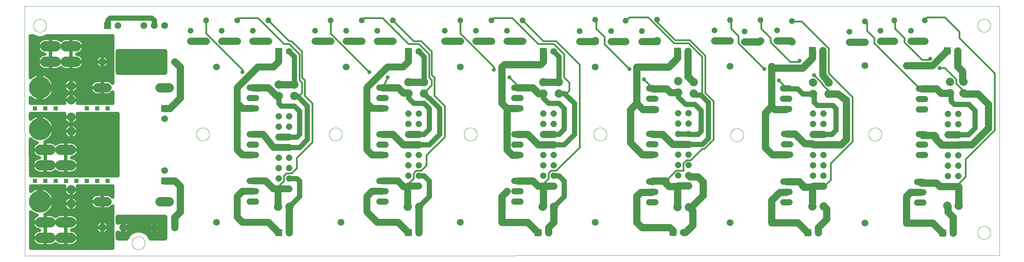
<source format=gtl>
G75*
%MOIN*%
%OFA0B0*%
%FSLAX25Y25*%
%IPPOS*%
%LPD*%
%AMOC8*
5,1,8,0,0,1.08239X$1,22.5*
%
%ADD10C,0.00000*%
%ADD11OC8,0.06000*%
%ADD12C,0.08000*%
%ADD13C,0.06000*%
%ADD14R,0.06500X0.06500*%
%ADD15C,0.06500*%
%ADD16C,0.06600*%
%ADD17C,0.07400*%
%ADD18C,0.08850*%
%ADD19OC8,0.05200*%
%ADD20C,0.08600*%
%ADD21C,0.21500*%
%ADD22C,0.09843*%
%ADD23C,0.06600*%
%ADD24C,0.05000*%
%ADD25C,0.01600*%
%ADD26C,0.07000*%
%ADD27C,0.03962*%
%ADD28C,0.03200*%
%ADD29R,0.03962X0.03962*%
D10*
X0058523Y0007200D02*
X0057923Y0248201D01*
X0997844Y0248201D01*
X0997844Y0007500D01*
X0058523Y0007200D01*
X0161624Y0019500D02*
X0161626Y0019658D01*
X0161632Y0019816D01*
X0161642Y0019974D01*
X0161656Y0020132D01*
X0161674Y0020289D01*
X0161695Y0020446D01*
X0161721Y0020602D01*
X0161751Y0020758D01*
X0161784Y0020913D01*
X0161822Y0021066D01*
X0161863Y0021219D01*
X0161908Y0021371D01*
X0161957Y0021522D01*
X0162010Y0021671D01*
X0162066Y0021819D01*
X0162126Y0021965D01*
X0162190Y0022110D01*
X0162258Y0022253D01*
X0162329Y0022395D01*
X0162403Y0022535D01*
X0162481Y0022672D01*
X0162563Y0022808D01*
X0162647Y0022942D01*
X0162736Y0023073D01*
X0162827Y0023202D01*
X0162922Y0023329D01*
X0163019Y0023454D01*
X0163120Y0023576D01*
X0163224Y0023695D01*
X0163331Y0023812D01*
X0163441Y0023926D01*
X0163554Y0024037D01*
X0163669Y0024146D01*
X0163787Y0024251D01*
X0163908Y0024353D01*
X0164031Y0024453D01*
X0164157Y0024549D01*
X0164285Y0024642D01*
X0164415Y0024732D01*
X0164548Y0024818D01*
X0164683Y0024902D01*
X0164819Y0024981D01*
X0164958Y0025058D01*
X0165099Y0025130D01*
X0165241Y0025200D01*
X0165385Y0025265D01*
X0165531Y0025327D01*
X0165678Y0025385D01*
X0165827Y0025440D01*
X0165977Y0025491D01*
X0166128Y0025538D01*
X0166280Y0025581D01*
X0166433Y0025620D01*
X0166588Y0025656D01*
X0166743Y0025687D01*
X0166899Y0025715D01*
X0167055Y0025739D01*
X0167212Y0025759D01*
X0167370Y0025775D01*
X0167527Y0025787D01*
X0167686Y0025795D01*
X0167844Y0025799D01*
X0168002Y0025799D01*
X0168160Y0025795D01*
X0168319Y0025787D01*
X0168476Y0025775D01*
X0168634Y0025759D01*
X0168791Y0025739D01*
X0168947Y0025715D01*
X0169103Y0025687D01*
X0169258Y0025656D01*
X0169413Y0025620D01*
X0169566Y0025581D01*
X0169718Y0025538D01*
X0169869Y0025491D01*
X0170019Y0025440D01*
X0170168Y0025385D01*
X0170315Y0025327D01*
X0170461Y0025265D01*
X0170605Y0025200D01*
X0170747Y0025130D01*
X0170888Y0025058D01*
X0171027Y0024981D01*
X0171163Y0024902D01*
X0171298Y0024818D01*
X0171431Y0024732D01*
X0171561Y0024642D01*
X0171689Y0024549D01*
X0171815Y0024453D01*
X0171938Y0024353D01*
X0172059Y0024251D01*
X0172177Y0024146D01*
X0172292Y0024037D01*
X0172405Y0023926D01*
X0172515Y0023812D01*
X0172622Y0023695D01*
X0172726Y0023576D01*
X0172827Y0023454D01*
X0172924Y0023329D01*
X0173019Y0023202D01*
X0173110Y0023073D01*
X0173199Y0022942D01*
X0173283Y0022808D01*
X0173365Y0022672D01*
X0173443Y0022535D01*
X0173517Y0022395D01*
X0173588Y0022253D01*
X0173656Y0022110D01*
X0173720Y0021965D01*
X0173780Y0021819D01*
X0173836Y0021671D01*
X0173889Y0021522D01*
X0173938Y0021371D01*
X0173983Y0021219D01*
X0174024Y0021066D01*
X0174062Y0020913D01*
X0174095Y0020758D01*
X0174125Y0020602D01*
X0174151Y0020446D01*
X0174172Y0020289D01*
X0174190Y0020132D01*
X0174204Y0019974D01*
X0174214Y0019816D01*
X0174220Y0019658D01*
X0174222Y0019500D01*
X0174220Y0019342D01*
X0174214Y0019184D01*
X0174204Y0019026D01*
X0174190Y0018868D01*
X0174172Y0018711D01*
X0174151Y0018554D01*
X0174125Y0018398D01*
X0174095Y0018242D01*
X0174062Y0018087D01*
X0174024Y0017934D01*
X0173983Y0017781D01*
X0173938Y0017629D01*
X0173889Y0017478D01*
X0173836Y0017329D01*
X0173780Y0017181D01*
X0173720Y0017035D01*
X0173656Y0016890D01*
X0173588Y0016747D01*
X0173517Y0016605D01*
X0173443Y0016465D01*
X0173365Y0016328D01*
X0173283Y0016192D01*
X0173199Y0016058D01*
X0173110Y0015927D01*
X0173019Y0015798D01*
X0172924Y0015671D01*
X0172827Y0015546D01*
X0172726Y0015424D01*
X0172622Y0015305D01*
X0172515Y0015188D01*
X0172405Y0015074D01*
X0172292Y0014963D01*
X0172177Y0014854D01*
X0172059Y0014749D01*
X0171938Y0014647D01*
X0171815Y0014547D01*
X0171689Y0014451D01*
X0171561Y0014358D01*
X0171431Y0014268D01*
X0171298Y0014182D01*
X0171163Y0014098D01*
X0171027Y0014019D01*
X0170888Y0013942D01*
X0170747Y0013870D01*
X0170605Y0013800D01*
X0170461Y0013735D01*
X0170315Y0013673D01*
X0170168Y0013615D01*
X0170019Y0013560D01*
X0169869Y0013509D01*
X0169718Y0013462D01*
X0169566Y0013419D01*
X0169413Y0013380D01*
X0169258Y0013344D01*
X0169103Y0013313D01*
X0168947Y0013285D01*
X0168791Y0013261D01*
X0168634Y0013241D01*
X0168476Y0013225D01*
X0168319Y0013213D01*
X0168160Y0013205D01*
X0168002Y0013201D01*
X0167844Y0013201D01*
X0167686Y0013205D01*
X0167527Y0013213D01*
X0167370Y0013225D01*
X0167212Y0013241D01*
X0167055Y0013261D01*
X0166899Y0013285D01*
X0166743Y0013313D01*
X0166588Y0013344D01*
X0166433Y0013380D01*
X0166280Y0013419D01*
X0166128Y0013462D01*
X0165977Y0013509D01*
X0165827Y0013560D01*
X0165678Y0013615D01*
X0165531Y0013673D01*
X0165385Y0013735D01*
X0165241Y0013800D01*
X0165099Y0013870D01*
X0164958Y0013942D01*
X0164819Y0014019D01*
X0164683Y0014098D01*
X0164548Y0014182D01*
X0164415Y0014268D01*
X0164285Y0014358D01*
X0164157Y0014451D01*
X0164031Y0014547D01*
X0163908Y0014647D01*
X0163787Y0014749D01*
X0163669Y0014854D01*
X0163554Y0014963D01*
X0163441Y0015074D01*
X0163331Y0015188D01*
X0163224Y0015305D01*
X0163120Y0015424D01*
X0163019Y0015546D01*
X0162922Y0015671D01*
X0162827Y0015798D01*
X0162736Y0015927D01*
X0162647Y0016058D01*
X0162563Y0016192D01*
X0162481Y0016328D01*
X0162403Y0016465D01*
X0162329Y0016605D01*
X0162258Y0016747D01*
X0162190Y0016890D01*
X0162126Y0017035D01*
X0162066Y0017181D01*
X0162010Y0017329D01*
X0161957Y0017478D01*
X0161908Y0017629D01*
X0161863Y0017781D01*
X0161822Y0017934D01*
X0161784Y0018087D01*
X0161751Y0018242D01*
X0161721Y0018398D01*
X0161695Y0018554D01*
X0161674Y0018711D01*
X0161656Y0018868D01*
X0161642Y0019026D01*
X0161632Y0019184D01*
X0161626Y0019342D01*
X0161624Y0019500D01*
X0223624Y0124500D02*
X0223626Y0124658D01*
X0223632Y0124816D01*
X0223642Y0124974D01*
X0223656Y0125132D01*
X0223674Y0125289D01*
X0223695Y0125446D01*
X0223721Y0125602D01*
X0223751Y0125758D01*
X0223784Y0125913D01*
X0223822Y0126066D01*
X0223863Y0126219D01*
X0223908Y0126371D01*
X0223957Y0126522D01*
X0224010Y0126671D01*
X0224066Y0126819D01*
X0224126Y0126965D01*
X0224190Y0127110D01*
X0224258Y0127253D01*
X0224329Y0127395D01*
X0224403Y0127535D01*
X0224481Y0127672D01*
X0224563Y0127808D01*
X0224647Y0127942D01*
X0224736Y0128073D01*
X0224827Y0128202D01*
X0224922Y0128329D01*
X0225019Y0128454D01*
X0225120Y0128576D01*
X0225224Y0128695D01*
X0225331Y0128812D01*
X0225441Y0128926D01*
X0225554Y0129037D01*
X0225669Y0129146D01*
X0225787Y0129251D01*
X0225908Y0129353D01*
X0226031Y0129453D01*
X0226157Y0129549D01*
X0226285Y0129642D01*
X0226415Y0129732D01*
X0226548Y0129818D01*
X0226683Y0129902D01*
X0226819Y0129981D01*
X0226958Y0130058D01*
X0227099Y0130130D01*
X0227241Y0130200D01*
X0227385Y0130265D01*
X0227531Y0130327D01*
X0227678Y0130385D01*
X0227827Y0130440D01*
X0227977Y0130491D01*
X0228128Y0130538D01*
X0228280Y0130581D01*
X0228433Y0130620D01*
X0228588Y0130656D01*
X0228743Y0130687D01*
X0228899Y0130715D01*
X0229055Y0130739D01*
X0229212Y0130759D01*
X0229370Y0130775D01*
X0229527Y0130787D01*
X0229686Y0130795D01*
X0229844Y0130799D01*
X0230002Y0130799D01*
X0230160Y0130795D01*
X0230319Y0130787D01*
X0230476Y0130775D01*
X0230634Y0130759D01*
X0230791Y0130739D01*
X0230947Y0130715D01*
X0231103Y0130687D01*
X0231258Y0130656D01*
X0231413Y0130620D01*
X0231566Y0130581D01*
X0231718Y0130538D01*
X0231869Y0130491D01*
X0232019Y0130440D01*
X0232168Y0130385D01*
X0232315Y0130327D01*
X0232461Y0130265D01*
X0232605Y0130200D01*
X0232747Y0130130D01*
X0232888Y0130058D01*
X0233027Y0129981D01*
X0233163Y0129902D01*
X0233298Y0129818D01*
X0233431Y0129732D01*
X0233561Y0129642D01*
X0233689Y0129549D01*
X0233815Y0129453D01*
X0233938Y0129353D01*
X0234059Y0129251D01*
X0234177Y0129146D01*
X0234292Y0129037D01*
X0234405Y0128926D01*
X0234515Y0128812D01*
X0234622Y0128695D01*
X0234726Y0128576D01*
X0234827Y0128454D01*
X0234924Y0128329D01*
X0235019Y0128202D01*
X0235110Y0128073D01*
X0235199Y0127942D01*
X0235283Y0127808D01*
X0235365Y0127672D01*
X0235443Y0127535D01*
X0235517Y0127395D01*
X0235588Y0127253D01*
X0235656Y0127110D01*
X0235720Y0126965D01*
X0235780Y0126819D01*
X0235836Y0126671D01*
X0235889Y0126522D01*
X0235938Y0126371D01*
X0235983Y0126219D01*
X0236024Y0126066D01*
X0236062Y0125913D01*
X0236095Y0125758D01*
X0236125Y0125602D01*
X0236151Y0125446D01*
X0236172Y0125289D01*
X0236190Y0125132D01*
X0236204Y0124974D01*
X0236214Y0124816D01*
X0236220Y0124658D01*
X0236222Y0124500D01*
X0236220Y0124342D01*
X0236214Y0124184D01*
X0236204Y0124026D01*
X0236190Y0123868D01*
X0236172Y0123711D01*
X0236151Y0123554D01*
X0236125Y0123398D01*
X0236095Y0123242D01*
X0236062Y0123087D01*
X0236024Y0122934D01*
X0235983Y0122781D01*
X0235938Y0122629D01*
X0235889Y0122478D01*
X0235836Y0122329D01*
X0235780Y0122181D01*
X0235720Y0122035D01*
X0235656Y0121890D01*
X0235588Y0121747D01*
X0235517Y0121605D01*
X0235443Y0121465D01*
X0235365Y0121328D01*
X0235283Y0121192D01*
X0235199Y0121058D01*
X0235110Y0120927D01*
X0235019Y0120798D01*
X0234924Y0120671D01*
X0234827Y0120546D01*
X0234726Y0120424D01*
X0234622Y0120305D01*
X0234515Y0120188D01*
X0234405Y0120074D01*
X0234292Y0119963D01*
X0234177Y0119854D01*
X0234059Y0119749D01*
X0233938Y0119647D01*
X0233815Y0119547D01*
X0233689Y0119451D01*
X0233561Y0119358D01*
X0233431Y0119268D01*
X0233298Y0119182D01*
X0233163Y0119098D01*
X0233027Y0119019D01*
X0232888Y0118942D01*
X0232747Y0118870D01*
X0232605Y0118800D01*
X0232461Y0118735D01*
X0232315Y0118673D01*
X0232168Y0118615D01*
X0232019Y0118560D01*
X0231869Y0118509D01*
X0231718Y0118462D01*
X0231566Y0118419D01*
X0231413Y0118380D01*
X0231258Y0118344D01*
X0231103Y0118313D01*
X0230947Y0118285D01*
X0230791Y0118261D01*
X0230634Y0118241D01*
X0230476Y0118225D01*
X0230319Y0118213D01*
X0230160Y0118205D01*
X0230002Y0118201D01*
X0229844Y0118201D01*
X0229686Y0118205D01*
X0229527Y0118213D01*
X0229370Y0118225D01*
X0229212Y0118241D01*
X0229055Y0118261D01*
X0228899Y0118285D01*
X0228743Y0118313D01*
X0228588Y0118344D01*
X0228433Y0118380D01*
X0228280Y0118419D01*
X0228128Y0118462D01*
X0227977Y0118509D01*
X0227827Y0118560D01*
X0227678Y0118615D01*
X0227531Y0118673D01*
X0227385Y0118735D01*
X0227241Y0118800D01*
X0227099Y0118870D01*
X0226958Y0118942D01*
X0226819Y0119019D01*
X0226683Y0119098D01*
X0226548Y0119182D01*
X0226415Y0119268D01*
X0226285Y0119358D01*
X0226157Y0119451D01*
X0226031Y0119547D01*
X0225908Y0119647D01*
X0225787Y0119749D01*
X0225669Y0119854D01*
X0225554Y0119963D01*
X0225441Y0120074D01*
X0225331Y0120188D01*
X0225224Y0120305D01*
X0225120Y0120424D01*
X0225019Y0120546D01*
X0224922Y0120671D01*
X0224827Y0120798D01*
X0224736Y0120927D01*
X0224647Y0121058D01*
X0224563Y0121192D01*
X0224481Y0121328D01*
X0224403Y0121465D01*
X0224329Y0121605D01*
X0224258Y0121747D01*
X0224190Y0121890D01*
X0224126Y0122035D01*
X0224066Y0122181D01*
X0224010Y0122329D01*
X0223957Y0122478D01*
X0223908Y0122629D01*
X0223863Y0122781D01*
X0223822Y0122934D01*
X0223784Y0123087D01*
X0223751Y0123242D01*
X0223721Y0123398D01*
X0223695Y0123554D01*
X0223674Y0123711D01*
X0223656Y0123868D01*
X0223642Y0124026D01*
X0223632Y0124184D01*
X0223626Y0124342D01*
X0223624Y0124500D01*
X0351624Y0124500D02*
X0351626Y0124658D01*
X0351632Y0124816D01*
X0351642Y0124974D01*
X0351656Y0125132D01*
X0351674Y0125289D01*
X0351695Y0125446D01*
X0351721Y0125602D01*
X0351751Y0125758D01*
X0351784Y0125913D01*
X0351822Y0126066D01*
X0351863Y0126219D01*
X0351908Y0126371D01*
X0351957Y0126522D01*
X0352010Y0126671D01*
X0352066Y0126819D01*
X0352126Y0126965D01*
X0352190Y0127110D01*
X0352258Y0127253D01*
X0352329Y0127395D01*
X0352403Y0127535D01*
X0352481Y0127672D01*
X0352563Y0127808D01*
X0352647Y0127942D01*
X0352736Y0128073D01*
X0352827Y0128202D01*
X0352922Y0128329D01*
X0353019Y0128454D01*
X0353120Y0128576D01*
X0353224Y0128695D01*
X0353331Y0128812D01*
X0353441Y0128926D01*
X0353554Y0129037D01*
X0353669Y0129146D01*
X0353787Y0129251D01*
X0353908Y0129353D01*
X0354031Y0129453D01*
X0354157Y0129549D01*
X0354285Y0129642D01*
X0354415Y0129732D01*
X0354548Y0129818D01*
X0354683Y0129902D01*
X0354819Y0129981D01*
X0354958Y0130058D01*
X0355099Y0130130D01*
X0355241Y0130200D01*
X0355385Y0130265D01*
X0355531Y0130327D01*
X0355678Y0130385D01*
X0355827Y0130440D01*
X0355977Y0130491D01*
X0356128Y0130538D01*
X0356280Y0130581D01*
X0356433Y0130620D01*
X0356588Y0130656D01*
X0356743Y0130687D01*
X0356899Y0130715D01*
X0357055Y0130739D01*
X0357212Y0130759D01*
X0357370Y0130775D01*
X0357527Y0130787D01*
X0357686Y0130795D01*
X0357844Y0130799D01*
X0358002Y0130799D01*
X0358160Y0130795D01*
X0358319Y0130787D01*
X0358476Y0130775D01*
X0358634Y0130759D01*
X0358791Y0130739D01*
X0358947Y0130715D01*
X0359103Y0130687D01*
X0359258Y0130656D01*
X0359413Y0130620D01*
X0359566Y0130581D01*
X0359718Y0130538D01*
X0359869Y0130491D01*
X0360019Y0130440D01*
X0360168Y0130385D01*
X0360315Y0130327D01*
X0360461Y0130265D01*
X0360605Y0130200D01*
X0360747Y0130130D01*
X0360888Y0130058D01*
X0361027Y0129981D01*
X0361163Y0129902D01*
X0361298Y0129818D01*
X0361431Y0129732D01*
X0361561Y0129642D01*
X0361689Y0129549D01*
X0361815Y0129453D01*
X0361938Y0129353D01*
X0362059Y0129251D01*
X0362177Y0129146D01*
X0362292Y0129037D01*
X0362405Y0128926D01*
X0362515Y0128812D01*
X0362622Y0128695D01*
X0362726Y0128576D01*
X0362827Y0128454D01*
X0362924Y0128329D01*
X0363019Y0128202D01*
X0363110Y0128073D01*
X0363199Y0127942D01*
X0363283Y0127808D01*
X0363365Y0127672D01*
X0363443Y0127535D01*
X0363517Y0127395D01*
X0363588Y0127253D01*
X0363656Y0127110D01*
X0363720Y0126965D01*
X0363780Y0126819D01*
X0363836Y0126671D01*
X0363889Y0126522D01*
X0363938Y0126371D01*
X0363983Y0126219D01*
X0364024Y0126066D01*
X0364062Y0125913D01*
X0364095Y0125758D01*
X0364125Y0125602D01*
X0364151Y0125446D01*
X0364172Y0125289D01*
X0364190Y0125132D01*
X0364204Y0124974D01*
X0364214Y0124816D01*
X0364220Y0124658D01*
X0364222Y0124500D01*
X0364220Y0124342D01*
X0364214Y0124184D01*
X0364204Y0124026D01*
X0364190Y0123868D01*
X0364172Y0123711D01*
X0364151Y0123554D01*
X0364125Y0123398D01*
X0364095Y0123242D01*
X0364062Y0123087D01*
X0364024Y0122934D01*
X0363983Y0122781D01*
X0363938Y0122629D01*
X0363889Y0122478D01*
X0363836Y0122329D01*
X0363780Y0122181D01*
X0363720Y0122035D01*
X0363656Y0121890D01*
X0363588Y0121747D01*
X0363517Y0121605D01*
X0363443Y0121465D01*
X0363365Y0121328D01*
X0363283Y0121192D01*
X0363199Y0121058D01*
X0363110Y0120927D01*
X0363019Y0120798D01*
X0362924Y0120671D01*
X0362827Y0120546D01*
X0362726Y0120424D01*
X0362622Y0120305D01*
X0362515Y0120188D01*
X0362405Y0120074D01*
X0362292Y0119963D01*
X0362177Y0119854D01*
X0362059Y0119749D01*
X0361938Y0119647D01*
X0361815Y0119547D01*
X0361689Y0119451D01*
X0361561Y0119358D01*
X0361431Y0119268D01*
X0361298Y0119182D01*
X0361163Y0119098D01*
X0361027Y0119019D01*
X0360888Y0118942D01*
X0360747Y0118870D01*
X0360605Y0118800D01*
X0360461Y0118735D01*
X0360315Y0118673D01*
X0360168Y0118615D01*
X0360019Y0118560D01*
X0359869Y0118509D01*
X0359718Y0118462D01*
X0359566Y0118419D01*
X0359413Y0118380D01*
X0359258Y0118344D01*
X0359103Y0118313D01*
X0358947Y0118285D01*
X0358791Y0118261D01*
X0358634Y0118241D01*
X0358476Y0118225D01*
X0358319Y0118213D01*
X0358160Y0118205D01*
X0358002Y0118201D01*
X0357844Y0118201D01*
X0357686Y0118205D01*
X0357527Y0118213D01*
X0357370Y0118225D01*
X0357212Y0118241D01*
X0357055Y0118261D01*
X0356899Y0118285D01*
X0356743Y0118313D01*
X0356588Y0118344D01*
X0356433Y0118380D01*
X0356280Y0118419D01*
X0356128Y0118462D01*
X0355977Y0118509D01*
X0355827Y0118560D01*
X0355678Y0118615D01*
X0355531Y0118673D01*
X0355385Y0118735D01*
X0355241Y0118800D01*
X0355099Y0118870D01*
X0354958Y0118942D01*
X0354819Y0119019D01*
X0354683Y0119098D01*
X0354548Y0119182D01*
X0354415Y0119268D01*
X0354285Y0119358D01*
X0354157Y0119451D01*
X0354031Y0119547D01*
X0353908Y0119647D01*
X0353787Y0119749D01*
X0353669Y0119854D01*
X0353554Y0119963D01*
X0353441Y0120074D01*
X0353331Y0120188D01*
X0353224Y0120305D01*
X0353120Y0120424D01*
X0353019Y0120546D01*
X0352922Y0120671D01*
X0352827Y0120798D01*
X0352736Y0120927D01*
X0352647Y0121058D01*
X0352563Y0121192D01*
X0352481Y0121328D01*
X0352403Y0121465D01*
X0352329Y0121605D01*
X0352258Y0121747D01*
X0352190Y0121890D01*
X0352126Y0122035D01*
X0352066Y0122181D01*
X0352010Y0122329D01*
X0351957Y0122478D01*
X0351908Y0122629D01*
X0351863Y0122781D01*
X0351822Y0122934D01*
X0351784Y0123087D01*
X0351751Y0123242D01*
X0351721Y0123398D01*
X0351695Y0123554D01*
X0351674Y0123711D01*
X0351656Y0123868D01*
X0351642Y0124026D01*
X0351632Y0124184D01*
X0351626Y0124342D01*
X0351624Y0124500D01*
X0481624Y0124500D02*
X0481626Y0124658D01*
X0481632Y0124816D01*
X0481642Y0124974D01*
X0481656Y0125132D01*
X0481674Y0125289D01*
X0481695Y0125446D01*
X0481721Y0125602D01*
X0481751Y0125758D01*
X0481784Y0125913D01*
X0481822Y0126066D01*
X0481863Y0126219D01*
X0481908Y0126371D01*
X0481957Y0126522D01*
X0482010Y0126671D01*
X0482066Y0126819D01*
X0482126Y0126965D01*
X0482190Y0127110D01*
X0482258Y0127253D01*
X0482329Y0127395D01*
X0482403Y0127535D01*
X0482481Y0127672D01*
X0482563Y0127808D01*
X0482647Y0127942D01*
X0482736Y0128073D01*
X0482827Y0128202D01*
X0482922Y0128329D01*
X0483019Y0128454D01*
X0483120Y0128576D01*
X0483224Y0128695D01*
X0483331Y0128812D01*
X0483441Y0128926D01*
X0483554Y0129037D01*
X0483669Y0129146D01*
X0483787Y0129251D01*
X0483908Y0129353D01*
X0484031Y0129453D01*
X0484157Y0129549D01*
X0484285Y0129642D01*
X0484415Y0129732D01*
X0484548Y0129818D01*
X0484683Y0129902D01*
X0484819Y0129981D01*
X0484958Y0130058D01*
X0485099Y0130130D01*
X0485241Y0130200D01*
X0485385Y0130265D01*
X0485531Y0130327D01*
X0485678Y0130385D01*
X0485827Y0130440D01*
X0485977Y0130491D01*
X0486128Y0130538D01*
X0486280Y0130581D01*
X0486433Y0130620D01*
X0486588Y0130656D01*
X0486743Y0130687D01*
X0486899Y0130715D01*
X0487055Y0130739D01*
X0487212Y0130759D01*
X0487370Y0130775D01*
X0487527Y0130787D01*
X0487686Y0130795D01*
X0487844Y0130799D01*
X0488002Y0130799D01*
X0488160Y0130795D01*
X0488319Y0130787D01*
X0488476Y0130775D01*
X0488634Y0130759D01*
X0488791Y0130739D01*
X0488947Y0130715D01*
X0489103Y0130687D01*
X0489258Y0130656D01*
X0489413Y0130620D01*
X0489566Y0130581D01*
X0489718Y0130538D01*
X0489869Y0130491D01*
X0490019Y0130440D01*
X0490168Y0130385D01*
X0490315Y0130327D01*
X0490461Y0130265D01*
X0490605Y0130200D01*
X0490747Y0130130D01*
X0490888Y0130058D01*
X0491027Y0129981D01*
X0491163Y0129902D01*
X0491298Y0129818D01*
X0491431Y0129732D01*
X0491561Y0129642D01*
X0491689Y0129549D01*
X0491815Y0129453D01*
X0491938Y0129353D01*
X0492059Y0129251D01*
X0492177Y0129146D01*
X0492292Y0129037D01*
X0492405Y0128926D01*
X0492515Y0128812D01*
X0492622Y0128695D01*
X0492726Y0128576D01*
X0492827Y0128454D01*
X0492924Y0128329D01*
X0493019Y0128202D01*
X0493110Y0128073D01*
X0493199Y0127942D01*
X0493283Y0127808D01*
X0493365Y0127672D01*
X0493443Y0127535D01*
X0493517Y0127395D01*
X0493588Y0127253D01*
X0493656Y0127110D01*
X0493720Y0126965D01*
X0493780Y0126819D01*
X0493836Y0126671D01*
X0493889Y0126522D01*
X0493938Y0126371D01*
X0493983Y0126219D01*
X0494024Y0126066D01*
X0494062Y0125913D01*
X0494095Y0125758D01*
X0494125Y0125602D01*
X0494151Y0125446D01*
X0494172Y0125289D01*
X0494190Y0125132D01*
X0494204Y0124974D01*
X0494214Y0124816D01*
X0494220Y0124658D01*
X0494222Y0124500D01*
X0494220Y0124342D01*
X0494214Y0124184D01*
X0494204Y0124026D01*
X0494190Y0123868D01*
X0494172Y0123711D01*
X0494151Y0123554D01*
X0494125Y0123398D01*
X0494095Y0123242D01*
X0494062Y0123087D01*
X0494024Y0122934D01*
X0493983Y0122781D01*
X0493938Y0122629D01*
X0493889Y0122478D01*
X0493836Y0122329D01*
X0493780Y0122181D01*
X0493720Y0122035D01*
X0493656Y0121890D01*
X0493588Y0121747D01*
X0493517Y0121605D01*
X0493443Y0121465D01*
X0493365Y0121328D01*
X0493283Y0121192D01*
X0493199Y0121058D01*
X0493110Y0120927D01*
X0493019Y0120798D01*
X0492924Y0120671D01*
X0492827Y0120546D01*
X0492726Y0120424D01*
X0492622Y0120305D01*
X0492515Y0120188D01*
X0492405Y0120074D01*
X0492292Y0119963D01*
X0492177Y0119854D01*
X0492059Y0119749D01*
X0491938Y0119647D01*
X0491815Y0119547D01*
X0491689Y0119451D01*
X0491561Y0119358D01*
X0491431Y0119268D01*
X0491298Y0119182D01*
X0491163Y0119098D01*
X0491027Y0119019D01*
X0490888Y0118942D01*
X0490747Y0118870D01*
X0490605Y0118800D01*
X0490461Y0118735D01*
X0490315Y0118673D01*
X0490168Y0118615D01*
X0490019Y0118560D01*
X0489869Y0118509D01*
X0489718Y0118462D01*
X0489566Y0118419D01*
X0489413Y0118380D01*
X0489258Y0118344D01*
X0489103Y0118313D01*
X0488947Y0118285D01*
X0488791Y0118261D01*
X0488634Y0118241D01*
X0488476Y0118225D01*
X0488319Y0118213D01*
X0488160Y0118205D01*
X0488002Y0118201D01*
X0487844Y0118201D01*
X0487686Y0118205D01*
X0487527Y0118213D01*
X0487370Y0118225D01*
X0487212Y0118241D01*
X0487055Y0118261D01*
X0486899Y0118285D01*
X0486743Y0118313D01*
X0486588Y0118344D01*
X0486433Y0118380D01*
X0486280Y0118419D01*
X0486128Y0118462D01*
X0485977Y0118509D01*
X0485827Y0118560D01*
X0485678Y0118615D01*
X0485531Y0118673D01*
X0485385Y0118735D01*
X0485241Y0118800D01*
X0485099Y0118870D01*
X0484958Y0118942D01*
X0484819Y0119019D01*
X0484683Y0119098D01*
X0484548Y0119182D01*
X0484415Y0119268D01*
X0484285Y0119358D01*
X0484157Y0119451D01*
X0484031Y0119547D01*
X0483908Y0119647D01*
X0483787Y0119749D01*
X0483669Y0119854D01*
X0483554Y0119963D01*
X0483441Y0120074D01*
X0483331Y0120188D01*
X0483224Y0120305D01*
X0483120Y0120424D01*
X0483019Y0120546D01*
X0482922Y0120671D01*
X0482827Y0120798D01*
X0482736Y0120927D01*
X0482647Y0121058D01*
X0482563Y0121192D01*
X0482481Y0121328D01*
X0482403Y0121465D01*
X0482329Y0121605D01*
X0482258Y0121747D01*
X0482190Y0121890D01*
X0482126Y0122035D01*
X0482066Y0122181D01*
X0482010Y0122329D01*
X0481957Y0122478D01*
X0481908Y0122629D01*
X0481863Y0122781D01*
X0481822Y0122934D01*
X0481784Y0123087D01*
X0481751Y0123242D01*
X0481721Y0123398D01*
X0481695Y0123554D01*
X0481674Y0123711D01*
X0481656Y0123868D01*
X0481642Y0124026D01*
X0481632Y0124184D01*
X0481626Y0124342D01*
X0481624Y0124500D01*
X0606624Y0124500D02*
X0606626Y0124658D01*
X0606632Y0124816D01*
X0606642Y0124974D01*
X0606656Y0125132D01*
X0606674Y0125289D01*
X0606695Y0125446D01*
X0606721Y0125602D01*
X0606751Y0125758D01*
X0606784Y0125913D01*
X0606822Y0126066D01*
X0606863Y0126219D01*
X0606908Y0126371D01*
X0606957Y0126522D01*
X0607010Y0126671D01*
X0607066Y0126819D01*
X0607126Y0126965D01*
X0607190Y0127110D01*
X0607258Y0127253D01*
X0607329Y0127395D01*
X0607403Y0127535D01*
X0607481Y0127672D01*
X0607563Y0127808D01*
X0607647Y0127942D01*
X0607736Y0128073D01*
X0607827Y0128202D01*
X0607922Y0128329D01*
X0608019Y0128454D01*
X0608120Y0128576D01*
X0608224Y0128695D01*
X0608331Y0128812D01*
X0608441Y0128926D01*
X0608554Y0129037D01*
X0608669Y0129146D01*
X0608787Y0129251D01*
X0608908Y0129353D01*
X0609031Y0129453D01*
X0609157Y0129549D01*
X0609285Y0129642D01*
X0609415Y0129732D01*
X0609548Y0129818D01*
X0609683Y0129902D01*
X0609819Y0129981D01*
X0609958Y0130058D01*
X0610099Y0130130D01*
X0610241Y0130200D01*
X0610385Y0130265D01*
X0610531Y0130327D01*
X0610678Y0130385D01*
X0610827Y0130440D01*
X0610977Y0130491D01*
X0611128Y0130538D01*
X0611280Y0130581D01*
X0611433Y0130620D01*
X0611588Y0130656D01*
X0611743Y0130687D01*
X0611899Y0130715D01*
X0612055Y0130739D01*
X0612212Y0130759D01*
X0612370Y0130775D01*
X0612527Y0130787D01*
X0612686Y0130795D01*
X0612844Y0130799D01*
X0613002Y0130799D01*
X0613160Y0130795D01*
X0613319Y0130787D01*
X0613476Y0130775D01*
X0613634Y0130759D01*
X0613791Y0130739D01*
X0613947Y0130715D01*
X0614103Y0130687D01*
X0614258Y0130656D01*
X0614413Y0130620D01*
X0614566Y0130581D01*
X0614718Y0130538D01*
X0614869Y0130491D01*
X0615019Y0130440D01*
X0615168Y0130385D01*
X0615315Y0130327D01*
X0615461Y0130265D01*
X0615605Y0130200D01*
X0615747Y0130130D01*
X0615888Y0130058D01*
X0616027Y0129981D01*
X0616163Y0129902D01*
X0616298Y0129818D01*
X0616431Y0129732D01*
X0616561Y0129642D01*
X0616689Y0129549D01*
X0616815Y0129453D01*
X0616938Y0129353D01*
X0617059Y0129251D01*
X0617177Y0129146D01*
X0617292Y0129037D01*
X0617405Y0128926D01*
X0617515Y0128812D01*
X0617622Y0128695D01*
X0617726Y0128576D01*
X0617827Y0128454D01*
X0617924Y0128329D01*
X0618019Y0128202D01*
X0618110Y0128073D01*
X0618199Y0127942D01*
X0618283Y0127808D01*
X0618365Y0127672D01*
X0618443Y0127535D01*
X0618517Y0127395D01*
X0618588Y0127253D01*
X0618656Y0127110D01*
X0618720Y0126965D01*
X0618780Y0126819D01*
X0618836Y0126671D01*
X0618889Y0126522D01*
X0618938Y0126371D01*
X0618983Y0126219D01*
X0619024Y0126066D01*
X0619062Y0125913D01*
X0619095Y0125758D01*
X0619125Y0125602D01*
X0619151Y0125446D01*
X0619172Y0125289D01*
X0619190Y0125132D01*
X0619204Y0124974D01*
X0619214Y0124816D01*
X0619220Y0124658D01*
X0619222Y0124500D01*
X0619220Y0124342D01*
X0619214Y0124184D01*
X0619204Y0124026D01*
X0619190Y0123868D01*
X0619172Y0123711D01*
X0619151Y0123554D01*
X0619125Y0123398D01*
X0619095Y0123242D01*
X0619062Y0123087D01*
X0619024Y0122934D01*
X0618983Y0122781D01*
X0618938Y0122629D01*
X0618889Y0122478D01*
X0618836Y0122329D01*
X0618780Y0122181D01*
X0618720Y0122035D01*
X0618656Y0121890D01*
X0618588Y0121747D01*
X0618517Y0121605D01*
X0618443Y0121465D01*
X0618365Y0121328D01*
X0618283Y0121192D01*
X0618199Y0121058D01*
X0618110Y0120927D01*
X0618019Y0120798D01*
X0617924Y0120671D01*
X0617827Y0120546D01*
X0617726Y0120424D01*
X0617622Y0120305D01*
X0617515Y0120188D01*
X0617405Y0120074D01*
X0617292Y0119963D01*
X0617177Y0119854D01*
X0617059Y0119749D01*
X0616938Y0119647D01*
X0616815Y0119547D01*
X0616689Y0119451D01*
X0616561Y0119358D01*
X0616431Y0119268D01*
X0616298Y0119182D01*
X0616163Y0119098D01*
X0616027Y0119019D01*
X0615888Y0118942D01*
X0615747Y0118870D01*
X0615605Y0118800D01*
X0615461Y0118735D01*
X0615315Y0118673D01*
X0615168Y0118615D01*
X0615019Y0118560D01*
X0614869Y0118509D01*
X0614718Y0118462D01*
X0614566Y0118419D01*
X0614413Y0118380D01*
X0614258Y0118344D01*
X0614103Y0118313D01*
X0613947Y0118285D01*
X0613791Y0118261D01*
X0613634Y0118241D01*
X0613476Y0118225D01*
X0613319Y0118213D01*
X0613160Y0118205D01*
X0613002Y0118201D01*
X0612844Y0118201D01*
X0612686Y0118205D01*
X0612527Y0118213D01*
X0612370Y0118225D01*
X0612212Y0118241D01*
X0612055Y0118261D01*
X0611899Y0118285D01*
X0611743Y0118313D01*
X0611588Y0118344D01*
X0611433Y0118380D01*
X0611280Y0118419D01*
X0611128Y0118462D01*
X0610977Y0118509D01*
X0610827Y0118560D01*
X0610678Y0118615D01*
X0610531Y0118673D01*
X0610385Y0118735D01*
X0610241Y0118800D01*
X0610099Y0118870D01*
X0609958Y0118942D01*
X0609819Y0119019D01*
X0609683Y0119098D01*
X0609548Y0119182D01*
X0609415Y0119268D01*
X0609285Y0119358D01*
X0609157Y0119451D01*
X0609031Y0119547D01*
X0608908Y0119647D01*
X0608787Y0119749D01*
X0608669Y0119854D01*
X0608554Y0119963D01*
X0608441Y0120074D01*
X0608331Y0120188D01*
X0608224Y0120305D01*
X0608120Y0120424D01*
X0608019Y0120546D01*
X0607922Y0120671D01*
X0607827Y0120798D01*
X0607736Y0120927D01*
X0607647Y0121058D01*
X0607563Y0121192D01*
X0607481Y0121328D01*
X0607403Y0121465D01*
X0607329Y0121605D01*
X0607258Y0121747D01*
X0607190Y0121890D01*
X0607126Y0122035D01*
X0607066Y0122181D01*
X0607010Y0122329D01*
X0606957Y0122478D01*
X0606908Y0122629D01*
X0606863Y0122781D01*
X0606822Y0122934D01*
X0606784Y0123087D01*
X0606751Y0123242D01*
X0606721Y0123398D01*
X0606695Y0123554D01*
X0606674Y0123711D01*
X0606656Y0123868D01*
X0606642Y0124026D01*
X0606632Y0124184D01*
X0606626Y0124342D01*
X0606624Y0124500D01*
X0738424Y0123800D02*
X0738426Y0123958D01*
X0738432Y0124116D01*
X0738442Y0124274D01*
X0738456Y0124432D01*
X0738474Y0124589D01*
X0738495Y0124746D01*
X0738521Y0124902D01*
X0738551Y0125058D01*
X0738584Y0125213D01*
X0738622Y0125366D01*
X0738663Y0125519D01*
X0738708Y0125671D01*
X0738757Y0125822D01*
X0738810Y0125971D01*
X0738866Y0126119D01*
X0738926Y0126265D01*
X0738990Y0126410D01*
X0739058Y0126553D01*
X0739129Y0126695D01*
X0739203Y0126835D01*
X0739281Y0126972D01*
X0739363Y0127108D01*
X0739447Y0127242D01*
X0739536Y0127373D01*
X0739627Y0127502D01*
X0739722Y0127629D01*
X0739819Y0127754D01*
X0739920Y0127876D01*
X0740024Y0127995D01*
X0740131Y0128112D01*
X0740241Y0128226D01*
X0740354Y0128337D01*
X0740469Y0128446D01*
X0740587Y0128551D01*
X0740708Y0128653D01*
X0740831Y0128753D01*
X0740957Y0128849D01*
X0741085Y0128942D01*
X0741215Y0129032D01*
X0741348Y0129118D01*
X0741483Y0129202D01*
X0741619Y0129281D01*
X0741758Y0129358D01*
X0741899Y0129430D01*
X0742041Y0129500D01*
X0742185Y0129565D01*
X0742331Y0129627D01*
X0742478Y0129685D01*
X0742627Y0129740D01*
X0742777Y0129791D01*
X0742928Y0129838D01*
X0743080Y0129881D01*
X0743233Y0129920D01*
X0743388Y0129956D01*
X0743543Y0129987D01*
X0743699Y0130015D01*
X0743855Y0130039D01*
X0744012Y0130059D01*
X0744170Y0130075D01*
X0744327Y0130087D01*
X0744486Y0130095D01*
X0744644Y0130099D01*
X0744802Y0130099D01*
X0744960Y0130095D01*
X0745119Y0130087D01*
X0745276Y0130075D01*
X0745434Y0130059D01*
X0745591Y0130039D01*
X0745747Y0130015D01*
X0745903Y0129987D01*
X0746058Y0129956D01*
X0746213Y0129920D01*
X0746366Y0129881D01*
X0746518Y0129838D01*
X0746669Y0129791D01*
X0746819Y0129740D01*
X0746968Y0129685D01*
X0747115Y0129627D01*
X0747261Y0129565D01*
X0747405Y0129500D01*
X0747547Y0129430D01*
X0747688Y0129358D01*
X0747827Y0129281D01*
X0747963Y0129202D01*
X0748098Y0129118D01*
X0748231Y0129032D01*
X0748361Y0128942D01*
X0748489Y0128849D01*
X0748615Y0128753D01*
X0748738Y0128653D01*
X0748859Y0128551D01*
X0748977Y0128446D01*
X0749092Y0128337D01*
X0749205Y0128226D01*
X0749315Y0128112D01*
X0749422Y0127995D01*
X0749526Y0127876D01*
X0749627Y0127754D01*
X0749724Y0127629D01*
X0749819Y0127502D01*
X0749910Y0127373D01*
X0749999Y0127242D01*
X0750083Y0127108D01*
X0750165Y0126972D01*
X0750243Y0126835D01*
X0750317Y0126695D01*
X0750388Y0126553D01*
X0750456Y0126410D01*
X0750520Y0126265D01*
X0750580Y0126119D01*
X0750636Y0125971D01*
X0750689Y0125822D01*
X0750738Y0125671D01*
X0750783Y0125519D01*
X0750824Y0125366D01*
X0750862Y0125213D01*
X0750895Y0125058D01*
X0750925Y0124902D01*
X0750951Y0124746D01*
X0750972Y0124589D01*
X0750990Y0124432D01*
X0751004Y0124274D01*
X0751014Y0124116D01*
X0751020Y0123958D01*
X0751022Y0123800D01*
X0751020Y0123642D01*
X0751014Y0123484D01*
X0751004Y0123326D01*
X0750990Y0123168D01*
X0750972Y0123011D01*
X0750951Y0122854D01*
X0750925Y0122698D01*
X0750895Y0122542D01*
X0750862Y0122387D01*
X0750824Y0122234D01*
X0750783Y0122081D01*
X0750738Y0121929D01*
X0750689Y0121778D01*
X0750636Y0121629D01*
X0750580Y0121481D01*
X0750520Y0121335D01*
X0750456Y0121190D01*
X0750388Y0121047D01*
X0750317Y0120905D01*
X0750243Y0120765D01*
X0750165Y0120628D01*
X0750083Y0120492D01*
X0749999Y0120358D01*
X0749910Y0120227D01*
X0749819Y0120098D01*
X0749724Y0119971D01*
X0749627Y0119846D01*
X0749526Y0119724D01*
X0749422Y0119605D01*
X0749315Y0119488D01*
X0749205Y0119374D01*
X0749092Y0119263D01*
X0748977Y0119154D01*
X0748859Y0119049D01*
X0748738Y0118947D01*
X0748615Y0118847D01*
X0748489Y0118751D01*
X0748361Y0118658D01*
X0748231Y0118568D01*
X0748098Y0118482D01*
X0747963Y0118398D01*
X0747827Y0118319D01*
X0747688Y0118242D01*
X0747547Y0118170D01*
X0747405Y0118100D01*
X0747261Y0118035D01*
X0747115Y0117973D01*
X0746968Y0117915D01*
X0746819Y0117860D01*
X0746669Y0117809D01*
X0746518Y0117762D01*
X0746366Y0117719D01*
X0746213Y0117680D01*
X0746058Y0117644D01*
X0745903Y0117613D01*
X0745747Y0117585D01*
X0745591Y0117561D01*
X0745434Y0117541D01*
X0745276Y0117525D01*
X0745119Y0117513D01*
X0744960Y0117505D01*
X0744802Y0117501D01*
X0744644Y0117501D01*
X0744486Y0117505D01*
X0744327Y0117513D01*
X0744170Y0117525D01*
X0744012Y0117541D01*
X0743855Y0117561D01*
X0743699Y0117585D01*
X0743543Y0117613D01*
X0743388Y0117644D01*
X0743233Y0117680D01*
X0743080Y0117719D01*
X0742928Y0117762D01*
X0742777Y0117809D01*
X0742627Y0117860D01*
X0742478Y0117915D01*
X0742331Y0117973D01*
X0742185Y0118035D01*
X0742041Y0118100D01*
X0741899Y0118170D01*
X0741758Y0118242D01*
X0741619Y0118319D01*
X0741483Y0118398D01*
X0741348Y0118482D01*
X0741215Y0118568D01*
X0741085Y0118658D01*
X0740957Y0118751D01*
X0740831Y0118847D01*
X0740708Y0118947D01*
X0740587Y0119049D01*
X0740469Y0119154D01*
X0740354Y0119263D01*
X0740241Y0119374D01*
X0740131Y0119488D01*
X0740024Y0119605D01*
X0739920Y0119724D01*
X0739819Y0119846D01*
X0739722Y0119971D01*
X0739627Y0120098D01*
X0739536Y0120227D01*
X0739447Y0120358D01*
X0739363Y0120492D01*
X0739281Y0120628D01*
X0739203Y0120765D01*
X0739129Y0120905D01*
X0739058Y0121047D01*
X0738990Y0121190D01*
X0738926Y0121335D01*
X0738866Y0121481D01*
X0738810Y0121629D01*
X0738757Y0121778D01*
X0738708Y0121929D01*
X0738663Y0122081D01*
X0738622Y0122234D01*
X0738584Y0122387D01*
X0738551Y0122542D01*
X0738521Y0122698D01*
X0738495Y0122854D01*
X0738474Y0123011D01*
X0738456Y0123168D01*
X0738442Y0123326D01*
X0738432Y0123484D01*
X0738426Y0123642D01*
X0738424Y0123800D01*
X0871624Y0124500D02*
X0871626Y0124658D01*
X0871632Y0124816D01*
X0871642Y0124974D01*
X0871656Y0125132D01*
X0871674Y0125289D01*
X0871695Y0125446D01*
X0871721Y0125602D01*
X0871751Y0125758D01*
X0871784Y0125913D01*
X0871822Y0126066D01*
X0871863Y0126219D01*
X0871908Y0126371D01*
X0871957Y0126522D01*
X0872010Y0126671D01*
X0872066Y0126819D01*
X0872126Y0126965D01*
X0872190Y0127110D01*
X0872258Y0127253D01*
X0872329Y0127395D01*
X0872403Y0127535D01*
X0872481Y0127672D01*
X0872563Y0127808D01*
X0872647Y0127942D01*
X0872736Y0128073D01*
X0872827Y0128202D01*
X0872922Y0128329D01*
X0873019Y0128454D01*
X0873120Y0128576D01*
X0873224Y0128695D01*
X0873331Y0128812D01*
X0873441Y0128926D01*
X0873554Y0129037D01*
X0873669Y0129146D01*
X0873787Y0129251D01*
X0873908Y0129353D01*
X0874031Y0129453D01*
X0874157Y0129549D01*
X0874285Y0129642D01*
X0874415Y0129732D01*
X0874548Y0129818D01*
X0874683Y0129902D01*
X0874819Y0129981D01*
X0874958Y0130058D01*
X0875099Y0130130D01*
X0875241Y0130200D01*
X0875385Y0130265D01*
X0875531Y0130327D01*
X0875678Y0130385D01*
X0875827Y0130440D01*
X0875977Y0130491D01*
X0876128Y0130538D01*
X0876280Y0130581D01*
X0876433Y0130620D01*
X0876588Y0130656D01*
X0876743Y0130687D01*
X0876899Y0130715D01*
X0877055Y0130739D01*
X0877212Y0130759D01*
X0877370Y0130775D01*
X0877527Y0130787D01*
X0877686Y0130795D01*
X0877844Y0130799D01*
X0878002Y0130799D01*
X0878160Y0130795D01*
X0878319Y0130787D01*
X0878476Y0130775D01*
X0878634Y0130759D01*
X0878791Y0130739D01*
X0878947Y0130715D01*
X0879103Y0130687D01*
X0879258Y0130656D01*
X0879413Y0130620D01*
X0879566Y0130581D01*
X0879718Y0130538D01*
X0879869Y0130491D01*
X0880019Y0130440D01*
X0880168Y0130385D01*
X0880315Y0130327D01*
X0880461Y0130265D01*
X0880605Y0130200D01*
X0880747Y0130130D01*
X0880888Y0130058D01*
X0881027Y0129981D01*
X0881163Y0129902D01*
X0881298Y0129818D01*
X0881431Y0129732D01*
X0881561Y0129642D01*
X0881689Y0129549D01*
X0881815Y0129453D01*
X0881938Y0129353D01*
X0882059Y0129251D01*
X0882177Y0129146D01*
X0882292Y0129037D01*
X0882405Y0128926D01*
X0882515Y0128812D01*
X0882622Y0128695D01*
X0882726Y0128576D01*
X0882827Y0128454D01*
X0882924Y0128329D01*
X0883019Y0128202D01*
X0883110Y0128073D01*
X0883199Y0127942D01*
X0883283Y0127808D01*
X0883365Y0127672D01*
X0883443Y0127535D01*
X0883517Y0127395D01*
X0883588Y0127253D01*
X0883656Y0127110D01*
X0883720Y0126965D01*
X0883780Y0126819D01*
X0883836Y0126671D01*
X0883889Y0126522D01*
X0883938Y0126371D01*
X0883983Y0126219D01*
X0884024Y0126066D01*
X0884062Y0125913D01*
X0884095Y0125758D01*
X0884125Y0125602D01*
X0884151Y0125446D01*
X0884172Y0125289D01*
X0884190Y0125132D01*
X0884204Y0124974D01*
X0884214Y0124816D01*
X0884220Y0124658D01*
X0884222Y0124500D01*
X0884220Y0124342D01*
X0884214Y0124184D01*
X0884204Y0124026D01*
X0884190Y0123868D01*
X0884172Y0123711D01*
X0884151Y0123554D01*
X0884125Y0123398D01*
X0884095Y0123242D01*
X0884062Y0123087D01*
X0884024Y0122934D01*
X0883983Y0122781D01*
X0883938Y0122629D01*
X0883889Y0122478D01*
X0883836Y0122329D01*
X0883780Y0122181D01*
X0883720Y0122035D01*
X0883656Y0121890D01*
X0883588Y0121747D01*
X0883517Y0121605D01*
X0883443Y0121465D01*
X0883365Y0121328D01*
X0883283Y0121192D01*
X0883199Y0121058D01*
X0883110Y0120927D01*
X0883019Y0120798D01*
X0882924Y0120671D01*
X0882827Y0120546D01*
X0882726Y0120424D01*
X0882622Y0120305D01*
X0882515Y0120188D01*
X0882405Y0120074D01*
X0882292Y0119963D01*
X0882177Y0119854D01*
X0882059Y0119749D01*
X0881938Y0119647D01*
X0881815Y0119547D01*
X0881689Y0119451D01*
X0881561Y0119358D01*
X0881431Y0119268D01*
X0881298Y0119182D01*
X0881163Y0119098D01*
X0881027Y0119019D01*
X0880888Y0118942D01*
X0880747Y0118870D01*
X0880605Y0118800D01*
X0880461Y0118735D01*
X0880315Y0118673D01*
X0880168Y0118615D01*
X0880019Y0118560D01*
X0879869Y0118509D01*
X0879718Y0118462D01*
X0879566Y0118419D01*
X0879413Y0118380D01*
X0879258Y0118344D01*
X0879103Y0118313D01*
X0878947Y0118285D01*
X0878791Y0118261D01*
X0878634Y0118241D01*
X0878476Y0118225D01*
X0878319Y0118213D01*
X0878160Y0118205D01*
X0878002Y0118201D01*
X0877844Y0118201D01*
X0877686Y0118205D01*
X0877527Y0118213D01*
X0877370Y0118225D01*
X0877212Y0118241D01*
X0877055Y0118261D01*
X0876899Y0118285D01*
X0876743Y0118313D01*
X0876588Y0118344D01*
X0876433Y0118380D01*
X0876280Y0118419D01*
X0876128Y0118462D01*
X0875977Y0118509D01*
X0875827Y0118560D01*
X0875678Y0118615D01*
X0875531Y0118673D01*
X0875385Y0118735D01*
X0875241Y0118800D01*
X0875099Y0118870D01*
X0874958Y0118942D01*
X0874819Y0119019D01*
X0874683Y0119098D01*
X0874548Y0119182D01*
X0874415Y0119268D01*
X0874285Y0119358D01*
X0874157Y0119451D01*
X0874031Y0119547D01*
X0873908Y0119647D01*
X0873787Y0119749D01*
X0873669Y0119854D01*
X0873554Y0119963D01*
X0873441Y0120074D01*
X0873331Y0120188D01*
X0873224Y0120305D01*
X0873120Y0120424D01*
X0873019Y0120546D01*
X0872922Y0120671D01*
X0872827Y0120798D01*
X0872736Y0120927D01*
X0872647Y0121058D01*
X0872563Y0121192D01*
X0872481Y0121328D01*
X0872403Y0121465D01*
X0872329Y0121605D01*
X0872258Y0121747D01*
X0872190Y0121890D01*
X0872126Y0122035D01*
X0872066Y0122181D01*
X0872010Y0122329D01*
X0871957Y0122478D01*
X0871908Y0122629D01*
X0871863Y0122781D01*
X0871822Y0122934D01*
X0871784Y0123087D01*
X0871751Y0123242D01*
X0871721Y0123398D01*
X0871695Y0123554D01*
X0871674Y0123711D01*
X0871656Y0123868D01*
X0871642Y0124026D01*
X0871632Y0124184D01*
X0871626Y0124342D01*
X0871624Y0124500D01*
X0976624Y0029500D02*
X0976626Y0029658D01*
X0976632Y0029816D01*
X0976642Y0029974D01*
X0976656Y0030132D01*
X0976674Y0030289D01*
X0976695Y0030446D01*
X0976721Y0030602D01*
X0976751Y0030758D01*
X0976784Y0030913D01*
X0976822Y0031066D01*
X0976863Y0031219D01*
X0976908Y0031371D01*
X0976957Y0031522D01*
X0977010Y0031671D01*
X0977066Y0031819D01*
X0977126Y0031965D01*
X0977190Y0032110D01*
X0977258Y0032253D01*
X0977329Y0032395D01*
X0977403Y0032535D01*
X0977481Y0032672D01*
X0977563Y0032808D01*
X0977647Y0032942D01*
X0977736Y0033073D01*
X0977827Y0033202D01*
X0977922Y0033329D01*
X0978019Y0033454D01*
X0978120Y0033576D01*
X0978224Y0033695D01*
X0978331Y0033812D01*
X0978441Y0033926D01*
X0978554Y0034037D01*
X0978669Y0034146D01*
X0978787Y0034251D01*
X0978908Y0034353D01*
X0979031Y0034453D01*
X0979157Y0034549D01*
X0979285Y0034642D01*
X0979415Y0034732D01*
X0979548Y0034818D01*
X0979683Y0034902D01*
X0979819Y0034981D01*
X0979958Y0035058D01*
X0980099Y0035130D01*
X0980241Y0035200D01*
X0980385Y0035265D01*
X0980531Y0035327D01*
X0980678Y0035385D01*
X0980827Y0035440D01*
X0980977Y0035491D01*
X0981128Y0035538D01*
X0981280Y0035581D01*
X0981433Y0035620D01*
X0981588Y0035656D01*
X0981743Y0035687D01*
X0981899Y0035715D01*
X0982055Y0035739D01*
X0982212Y0035759D01*
X0982370Y0035775D01*
X0982527Y0035787D01*
X0982686Y0035795D01*
X0982844Y0035799D01*
X0983002Y0035799D01*
X0983160Y0035795D01*
X0983319Y0035787D01*
X0983476Y0035775D01*
X0983634Y0035759D01*
X0983791Y0035739D01*
X0983947Y0035715D01*
X0984103Y0035687D01*
X0984258Y0035656D01*
X0984413Y0035620D01*
X0984566Y0035581D01*
X0984718Y0035538D01*
X0984869Y0035491D01*
X0985019Y0035440D01*
X0985168Y0035385D01*
X0985315Y0035327D01*
X0985461Y0035265D01*
X0985605Y0035200D01*
X0985747Y0035130D01*
X0985888Y0035058D01*
X0986027Y0034981D01*
X0986163Y0034902D01*
X0986298Y0034818D01*
X0986431Y0034732D01*
X0986561Y0034642D01*
X0986689Y0034549D01*
X0986815Y0034453D01*
X0986938Y0034353D01*
X0987059Y0034251D01*
X0987177Y0034146D01*
X0987292Y0034037D01*
X0987405Y0033926D01*
X0987515Y0033812D01*
X0987622Y0033695D01*
X0987726Y0033576D01*
X0987827Y0033454D01*
X0987924Y0033329D01*
X0988019Y0033202D01*
X0988110Y0033073D01*
X0988199Y0032942D01*
X0988283Y0032808D01*
X0988365Y0032672D01*
X0988443Y0032535D01*
X0988517Y0032395D01*
X0988588Y0032253D01*
X0988656Y0032110D01*
X0988720Y0031965D01*
X0988780Y0031819D01*
X0988836Y0031671D01*
X0988889Y0031522D01*
X0988938Y0031371D01*
X0988983Y0031219D01*
X0989024Y0031066D01*
X0989062Y0030913D01*
X0989095Y0030758D01*
X0989125Y0030602D01*
X0989151Y0030446D01*
X0989172Y0030289D01*
X0989190Y0030132D01*
X0989204Y0029974D01*
X0989214Y0029816D01*
X0989220Y0029658D01*
X0989222Y0029500D01*
X0989220Y0029342D01*
X0989214Y0029184D01*
X0989204Y0029026D01*
X0989190Y0028868D01*
X0989172Y0028711D01*
X0989151Y0028554D01*
X0989125Y0028398D01*
X0989095Y0028242D01*
X0989062Y0028087D01*
X0989024Y0027934D01*
X0988983Y0027781D01*
X0988938Y0027629D01*
X0988889Y0027478D01*
X0988836Y0027329D01*
X0988780Y0027181D01*
X0988720Y0027035D01*
X0988656Y0026890D01*
X0988588Y0026747D01*
X0988517Y0026605D01*
X0988443Y0026465D01*
X0988365Y0026328D01*
X0988283Y0026192D01*
X0988199Y0026058D01*
X0988110Y0025927D01*
X0988019Y0025798D01*
X0987924Y0025671D01*
X0987827Y0025546D01*
X0987726Y0025424D01*
X0987622Y0025305D01*
X0987515Y0025188D01*
X0987405Y0025074D01*
X0987292Y0024963D01*
X0987177Y0024854D01*
X0987059Y0024749D01*
X0986938Y0024647D01*
X0986815Y0024547D01*
X0986689Y0024451D01*
X0986561Y0024358D01*
X0986431Y0024268D01*
X0986298Y0024182D01*
X0986163Y0024098D01*
X0986027Y0024019D01*
X0985888Y0023942D01*
X0985747Y0023870D01*
X0985605Y0023800D01*
X0985461Y0023735D01*
X0985315Y0023673D01*
X0985168Y0023615D01*
X0985019Y0023560D01*
X0984869Y0023509D01*
X0984718Y0023462D01*
X0984566Y0023419D01*
X0984413Y0023380D01*
X0984258Y0023344D01*
X0984103Y0023313D01*
X0983947Y0023285D01*
X0983791Y0023261D01*
X0983634Y0023241D01*
X0983476Y0023225D01*
X0983319Y0023213D01*
X0983160Y0023205D01*
X0983002Y0023201D01*
X0982844Y0023201D01*
X0982686Y0023205D01*
X0982527Y0023213D01*
X0982370Y0023225D01*
X0982212Y0023241D01*
X0982055Y0023261D01*
X0981899Y0023285D01*
X0981743Y0023313D01*
X0981588Y0023344D01*
X0981433Y0023380D01*
X0981280Y0023419D01*
X0981128Y0023462D01*
X0980977Y0023509D01*
X0980827Y0023560D01*
X0980678Y0023615D01*
X0980531Y0023673D01*
X0980385Y0023735D01*
X0980241Y0023800D01*
X0980099Y0023870D01*
X0979958Y0023942D01*
X0979819Y0024019D01*
X0979683Y0024098D01*
X0979548Y0024182D01*
X0979415Y0024268D01*
X0979285Y0024358D01*
X0979157Y0024451D01*
X0979031Y0024547D01*
X0978908Y0024647D01*
X0978787Y0024749D01*
X0978669Y0024854D01*
X0978554Y0024963D01*
X0978441Y0025074D01*
X0978331Y0025188D01*
X0978224Y0025305D01*
X0978120Y0025424D01*
X0978019Y0025546D01*
X0977922Y0025671D01*
X0977827Y0025798D01*
X0977736Y0025927D01*
X0977647Y0026058D01*
X0977563Y0026192D01*
X0977481Y0026328D01*
X0977403Y0026465D01*
X0977329Y0026605D01*
X0977258Y0026747D01*
X0977190Y0026890D01*
X0977126Y0027035D01*
X0977066Y0027181D01*
X0977010Y0027329D01*
X0976957Y0027478D01*
X0976908Y0027629D01*
X0976863Y0027781D01*
X0976822Y0027934D01*
X0976784Y0028087D01*
X0976751Y0028242D01*
X0976721Y0028398D01*
X0976695Y0028554D01*
X0976674Y0028711D01*
X0976656Y0028868D01*
X0976642Y0029026D01*
X0976632Y0029184D01*
X0976626Y0029342D01*
X0976624Y0029500D01*
X0976624Y0229500D02*
X0976626Y0229658D01*
X0976632Y0229816D01*
X0976642Y0229974D01*
X0976656Y0230132D01*
X0976674Y0230289D01*
X0976695Y0230446D01*
X0976721Y0230602D01*
X0976751Y0230758D01*
X0976784Y0230913D01*
X0976822Y0231066D01*
X0976863Y0231219D01*
X0976908Y0231371D01*
X0976957Y0231522D01*
X0977010Y0231671D01*
X0977066Y0231819D01*
X0977126Y0231965D01*
X0977190Y0232110D01*
X0977258Y0232253D01*
X0977329Y0232395D01*
X0977403Y0232535D01*
X0977481Y0232672D01*
X0977563Y0232808D01*
X0977647Y0232942D01*
X0977736Y0233073D01*
X0977827Y0233202D01*
X0977922Y0233329D01*
X0978019Y0233454D01*
X0978120Y0233576D01*
X0978224Y0233695D01*
X0978331Y0233812D01*
X0978441Y0233926D01*
X0978554Y0234037D01*
X0978669Y0234146D01*
X0978787Y0234251D01*
X0978908Y0234353D01*
X0979031Y0234453D01*
X0979157Y0234549D01*
X0979285Y0234642D01*
X0979415Y0234732D01*
X0979548Y0234818D01*
X0979683Y0234902D01*
X0979819Y0234981D01*
X0979958Y0235058D01*
X0980099Y0235130D01*
X0980241Y0235200D01*
X0980385Y0235265D01*
X0980531Y0235327D01*
X0980678Y0235385D01*
X0980827Y0235440D01*
X0980977Y0235491D01*
X0981128Y0235538D01*
X0981280Y0235581D01*
X0981433Y0235620D01*
X0981588Y0235656D01*
X0981743Y0235687D01*
X0981899Y0235715D01*
X0982055Y0235739D01*
X0982212Y0235759D01*
X0982370Y0235775D01*
X0982527Y0235787D01*
X0982686Y0235795D01*
X0982844Y0235799D01*
X0983002Y0235799D01*
X0983160Y0235795D01*
X0983319Y0235787D01*
X0983476Y0235775D01*
X0983634Y0235759D01*
X0983791Y0235739D01*
X0983947Y0235715D01*
X0984103Y0235687D01*
X0984258Y0235656D01*
X0984413Y0235620D01*
X0984566Y0235581D01*
X0984718Y0235538D01*
X0984869Y0235491D01*
X0985019Y0235440D01*
X0985168Y0235385D01*
X0985315Y0235327D01*
X0985461Y0235265D01*
X0985605Y0235200D01*
X0985747Y0235130D01*
X0985888Y0235058D01*
X0986027Y0234981D01*
X0986163Y0234902D01*
X0986298Y0234818D01*
X0986431Y0234732D01*
X0986561Y0234642D01*
X0986689Y0234549D01*
X0986815Y0234453D01*
X0986938Y0234353D01*
X0987059Y0234251D01*
X0987177Y0234146D01*
X0987292Y0234037D01*
X0987405Y0233926D01*
X0987515Y0233812D01*
X0987622Y0233695D01*
X0987726Y0233576D01*
X0987827Y0233454D01*
X0987924Y0233329D01*
X0988019Y0233202D01*
X0988110Y0233073D01*
X0988199Y0232942D01*
X0988283Y0232808D01*
X0988365Y0232672D01*
X0988443Y0232535D01*
X0988517Y0232395D01*
X0988588Y0232253D01*
X0988656Y0232110D01*
X0988720Y0231965D01*
X0988780Y0231819D01*
X0988836Y0231671D01*
X0988889Y0231522D01*
X0988938Y0231371D01*
X0988983Y0231219D01*
X0989024Y0231066D01*
X0989062Y0230913D01*
X0989095Y0230758D01*
X0989125Y0230602D01*
X0989151Y0230446D01*
X0989172Y0230289D01*
X0989190Y0230132D01*
X0989204Y0229974D01*
X0989214Y0229816D01*
X0989220Y0229658D01*
X0989222Y0229500D01*
X0989220Y0229342D01*
X0989214Y0229184D01*
X0989204Y0229026D01*
X0989190Y0228868D01*
X0989172Y0228711D01*
X0989151Y0228554D01*
X0989125Y0228398D01*
X0989095Y0228242D01*
X0989062Y0228087D01*
X0989024Y0227934D01*
X0988983Y0227781D01*
X0988938Y0227629D01*
X0988889Y0227478D01*
X0988836Y0227329D01*
X0988780Y0227181D01*
X0988720Y0227035D01*
X0988656Y0226890D01*
X0988588Y0226747D01*
X0988517Y0226605D01*
X0988443Y0226465D01*
X0988365Y0226328D01*
X0988283Y0226192D01*
X0988199Y0226058D01*
X0988110Y0225927D01*
X0988019Y0225798D01*
X0987924Y0225671D01*
X0987827Y0225546D01*
X0987726Y0225424D01*
X0987622Y0225305D01*
X0987515Y0225188D01*
X0987405Y0225074D01*
X0987292Y0224963D01*
X0987177Y0224854D01*
X0987059Y0224749D01*
X0986938Y0224647D01*
X0986815Y0224547D01*
X0986689Y0224451D01*
X0986561Y0224358D01*
X0986431Y0224268D01*
X0986298Y0224182D01*
X0986163Y0224098D01*
X0986027Y0224019D01*
X0985888Y0223942D01*
X0985747Y0223870D01*
X0985605Y0223800D01*
X0985461Y0223735D01*
X0985315Y0223673D01*
X0985168Y0223615D01*
X0985019Y0223560D01*
X0984869Y0223509D01*
X0984718Y0223462D01*
X0984566Y0223419D01*
X0984413Y0223380D01*
X0984258Y0223344D01*
X0984103Y0223313D01*
X0983947Y0223285D01*
X0983791Y0223261D01*
X0983634Y0223241D01*
X0983476Y0223225D01*
X0983319Y0223213D01*
X0983160Y0223205D01*
X0983002Y0223201D01*
X0982844Y0223201D01*
X0982686Y0223205D01*
X0982527Y0223213D01*
X0982370Y0223225D01*
X0982212Y0223241D01*
X0982055Y0223261D01*
X0981899Y0223285D01*
X0981743Y0223313D01*
X0981588Y0223344D01*
X0981433Y0223380D01*
X0981280Y0223419D01*
X0981128Y0223462D01*
X0980977Y0223509D01*
X0980827Y0223560D01*
X0980678Y0223615D01*
X0980531Y0223673D01*
X0980385Y0223735D01*
X0980241Y0223800D01*
X0980099Y0223870D01*
X0979958Y0223942D01*
X0979819Y0224019D01*
X0979683Y0224098D01*
X0979548Y0224182D01*
X0979415Y0224268D01*
X0979285Y0224358D01*
X0979157Y0224451D01*
X0979031Y0224547D01*
X0978908Y0224647D01*
X0978787Y0224749D01*
X0978669Y0224854D01*
X0978554Y0224963D01*
X0978441Y0225074D01*
X0978331Y0225188D01*
X0978224Y0225305D01*
X0978120Y0225424D01*
X0978019Y0225546D01*
X0977922Y0225671D01*
X0977827Y0225798D01*
X0977736Y0225927D01*
X0977647Y0226058D01*
X0977563Y0226192D01*
X0977481Y0226328D01*
X0977403Y0226465D01*
X0977329Y0226605D01*
X0977258Y0226747D01*
X0977190Y0226890D01*
X0977126Y0227035D01*
X0977066Y0227181D01*
X0977010Y0227329D01*
X0976957Y0227478D01*
X0976908Y0227629D01*
X0976863Y0227781D01*
X0976822Y0227934D01*
X0976784Y0228087D01*
X0976751Y0228242D01*
X0976721Y0228398D01*
X0976695Y0228554D01*
X0976674Y0228711D01*
X0976656Y0228868D01*
X0976642Y0229026D01*
X0976632Y0229184D01*
X0976626Y0229342D01*
X0976624Y0229500D01*
X0066624Y0229500D02*
X0066626Y0229658D01*
X0066632Y0229816D01*
X0066642Y0229974D01*
X0066656Y0230132D01*
X0066674Y0230289D01*
X0066695Y0230446D01*
X0066721Y0230602D01*
X0066751Y0230758D01*
X0066784Y0230913D01*
X0066822Y0231066D01*
X0066863Y0231219D01*
X0066908Y0231371D01*
X0066957Y0231522D01*
X0067010Y0231671D01*
X0067066Y0231819D01*
X0067126Y0231965D01*
X0067190Y0232110D01*
X0067258Y0232253D01*
X0067329Y0232395D01*
X0067403Y0232535D01*
X0067481Y0232672D01*
X0067563Y0232808D01*
X0067647Y0232942D01*
X0067736Y0233073D01*
X0067827Y0233202D01*
X0067922Y0233329D01*
X0068019Y0233454D01*
X0068120Y0233576D01*
X0068224Y0233695D01*
X0068331Y0233812D01*
X0068441Y0233926D01*
X0068554Y0234037D01*
X0068669Y0234146D01*
X0068787Y0234251D01*
X0068908Y0234353D01*
X0069031Y0234453D01*
X0069157Y0234549D01*
X0069285Y0234642D01*
X0069415Y0234732D01*
X0069548Y0234818D01*
X0069683Y0234902D01*
X0069819Y0234981D01*
X0069958Y0235058D01*
X0070099Y0235130D01*
X0070241Y0235200D01*
X0070385Y0235265D01*
X0070531Y0235327D01*
X0070678Y0235385D01*
X0070827Y0235440D01*
X0070977Y0235491D01*
X0071128Y0235538D01*
X0071280Y0235581D01*
X0071433Y0235620D01*
X0071588Y0235656D01*
X0071743Y0235687D01*
X0071899Y0235715D01*
X0072055Y0235739D01*
X0072212Y0235759D01*
X0072370Y0235775D01*
X0072527Y0235787D01*
X0072686Y0235795D01*
X0072844Y0235799D01*
X0073002Y0235799D01*
X0073160Y0235795D01*
X0073319Y0235787D01*
X0073476Y0235775D01*
X0073634Y0235759D01*
X0073791Y0235739D01*
X0073947Y0235715D01*
X0074103Y0235687D01*
X0074258Y0235656D01*
X0074413Y0235620D01*
X0074566Y0235581D01*
X0074718Y0235538D01*
X0074869Y0235491D01*
X0075019Y0235440D01*
X0075168Y0235385D01*
X0075315Y0235327D01*
X0075461Y0235265D01*
X0075605Y0235200D01*
X0075747Y0235130D01*
X0075888Y0235058D01*
X0076027Y0234981D01*
X0076163Y0234902D01*
X0076298Y0234818D01*
X0076431Y0234732D01*
X0076561Y0234642D01*
X0076689Y0234549D01*
X0076815Y0234453D01*
X0076938Y0234353D01*
X0077059Y0234251D01*
X0077177Y0234146D01*
X0077292Y0234037D01*
X0077405Y0233926D01*
X0077515Y0233812D01*
X0077622Y0233695D01*
X0077726Y0233576D01*
X0077827Y0233454D01*
X0077924Y0233329D01*
X0078019Y0233202D01*
X0078110Y0233073D01*
X0078199Y0232942D01*
X0078283Y0232808D01*
X0078365Y0232672D01*
X0078443Y0232535D01*
X0078517Y0232395D01*
X0078588Y0232253D01*
X0078656Y0232110D01*
X0078720Y0231965D01*
X0078780Y0231819D01*
X0078836Y0231671D01*
X0078889Y0231522D01*
X0078938Y0231371D01*
X0078983Y0231219D01*
X0079024Y0231066D01*
X0079062Y0230913D01*
X0079095Y0230758D01*
X0079125Y0230602D01*
X0079151Y0230446D01*
X0079172Y0230289D01*
X0079190Y0230132D01*
X0079204Y0229974D01*
X0079214Y0229816D01*
X0079220Y0229658D01*
X0079222Y0229500D01*
X0079220Y0229342D01*
X0079214Y0229184D01*
X0079204Y0229026D01*
X0079190Y0228868D01*
X0079172Y0228711D01*
X0079151Y0228554D01*
X0079125Y0228398D01*
X0079095Y0228242D01*
X0079062Y0228087D01*
X0079024Y0227934D01*
X0078983Y0227781D01*
X0078938Y0227629D01*
X0078889Y0227478D01*
X0078836Y0227329D01*
X0078780Y0227181D01*
X0078720Y0227035D01*
X0078656Y0226890D01*
X0078588Y0226747D01*
X0078517Y0226605D01*
X0078443Y0226465D01*
X0078365Y0226328D01*
X0078283Y0226192D01*
X0078199Y0226058D01*
X0078110Y0225927D01*
X0078019Y0225798D01*
X0077924Y0225671D01*
X0077827Y0225546D01*
X0077726Y0225424D01*
X0077622Y0225305D01*
X0077515Y0225188D01*
X0077405Y0225074D01*
X0077292Y0224963D01*
X0077177Y0224854D01*
X0077059Y0224749D01*
X0076938Y0224647D01*
X0076815Y0224547D01*
X0076689Y0224451D01*
X0076561Y0224358D01*
X0076431Y0224268D01*
X0076298Y0224182D01*
X0076163Y0224098D01*
X0076027Y0224019D01*
X0075888Y0223942D01*
X0075747Y0223870D01*
X0075605Y0223800D01*
X0075461Y0223735D01*
X0075315Y0223673D01*
X0075168Y0223615D01*
X0075019Y0223560D01*
X0074869Y0223509D01*
X0074718Y0223462D01*
X0074566Y0223419D01*
X0074413Y0223380D01*
X0074258Y0223344D01*
X0074103Y0223313D01*
X0073947Y0223285D01*
X0073791Y0223261D01*
X0073634Y0223241D01*
X0073476Y0223225D01*
X0073319Y0223213D01*
X0073160Y0223205D01*
X0073002Y0223201D01*
X0072844Y0223201D01*
X0072686Y0223205D01*
X0072527Y0223213D01*
X0072370Y0223225D01*
X0072212Y0223241D01*
X0072055Y0223261D01*
X0071899Y0223285D01*
X0071743Y0223313D01*
X0071588Y0223344D01*
X0071433Y0223380D01*
X0071280Y0223419D01*
X0071128Y0223462D01*
X0070977Y0223509D01*
X0070827Y0223560D01*
X0070678Y0223615D01*
X0070531Y0223673D01*
X0070385Y0223735D01*
X0070241Y0223800D01*
X0070099Y0223870D01*
X0069958Y0223942D01*
X0069819Y0224019D01*
X0069683Y0224098D01*
X0069548Y0224182D01*
X0069415Y0224268D01*
X0069285Y0224358D01*
X0069157Y0224451D01*
X0069031Y0224547D01*
X0068908Y0224647D01*
X0068787Y0224749D01*
X0068669Y0224854D01*
X0068554Y0224963D01*
X0068441Y0225074D01*
X0068331Y0225188D01*
X0068224Y0225305D01*
X0068120Y0225424D01*
X0068019Y0225546D01*
X0067922Y0225671D01*
X0067827Y0225798D01*
X0067736Y0225927D01*
X0067647Y0226058D01*
X0067563Y0226192D01*
X0067481Y0226328D01*
X0067403Y0226465D01*
X0067329Y0226605D01*
X0067258Y0226747D01*
X0067190Y0226890D01*
X0067126Y0227035D01*
X0067066Y0227181D01*
X0067010Y0227329D01*
X0066957Y0227478D01*
X0066908Y0227629D01*
X0066863Y0227781D01*
X0066822Y0227934D01*
X0066784Y0228087D01*
X0066751Y0228242D01*
X0066721Y0228398D01*
X0066695Y0228554D01*
X0066674Y0228711D01*
X0066656Y0228868D01*
X0066642Y0229026D01*
X0066632Y0229184D01*
X0066626Y0229342D01*
X0066624Y0229500D01*
D11*
X0427923Y0144500D03*
X0437923Y0144500D03*
X0437923Y0134500D03*
X0427923Y0134500D03*
X0427923Y0124500D03*
X0437923Y0124500D03*
X0437923Y0114500D03*
X0427923Y0114500D03*
X0427923Y0104500D03*
X0437923Y0104500D03*
X0437923Y0094500D03*
X0427923Y0094500D03*
X0427923Y0084500D03*
X0437923Y0084500D03*
X0437923Y0074500D03*
X0427923Y0074500D03*
X0312923Y0072000D03*
X0302923Y0072000D03*
X0302923Y0082000D03*
X0312923Y0082000D03*
X0312923Y0092000D03*
X0302923Y0092000D03*
X0302923Y0102000D03*
X0312923Y0102000D03*
X0312923Y0112000D03*
X0302923Y0112000D03*
X0302923Y0122000D03*
X0312923Y0122000D03*
X0312923Y0132000D03*
X0302923Y0132000D03*
X0302923Y0142000D03*
X0312923Y0142000D03*
X0557923Y0144500D03*
X0567923Y0144500D03*
X0567923Y0134500D03*
X0557923Y0134500D03*
X0557923Y0124500D03*
X0567923Y0124500D03*
X0567923Y0114500D03*
X0557923Y0114500D03*
X0557923Y0104500D03*
X0567923Y0104500D03*
X0567923Y0094500D03*
X0557923Y0094500D03*
X0557923Y0084500D03*
X0567923Y0084500D03*
X0567923Y0074500D03*
X0557923Y0074500D03*
X0688001Y0074833D03*
X0698001Y0074833D03*
X0698001Y0084833D03*
X0688001Y0084833D03*
X0688001Y0094833D03*
X0698001Y0094833D03*
X0698001Y0104833D03*
X0688001Y0104833D03*
X0688001Y0114833D03*
X0698001Y0114833D03*
X0698001Y0124833D03*
X0688001Y0124833D03*
X0688001Y0134833D03*
X0698001Y0134833D03*
X0698001Y0144833D03*
X0688001Y0144833D03*
X0818001Y0144532D03*
X0828001Y0144532D03*
X0828001Y0134532D03*
X0818001Y0134532D03*
X0818001Y0124532D03*
X0828001Y0124532D03*
X0828001Y0114532D03*
X0818001Y0114532D03*
X0818001Y0104532D03*
X0828001Y0104532D03*
X0828001Y0094532D03*
X0818001Y0094532D03*
X0818001Y0084532D03*
X0828001Y0084532D03*
X0828001Y0074532D03*
X0818001Y0074532D03*
X0948001Y0074231D03*
X0958001Y0074231D03*
X0958001Y0084231D03*
X0948001Y0084231D03*
X0948001Y0094231D03*
X0958001Y0094231D03*
X0958001Y0104231D03*
X0948001Y0104231D03*
X0948001Y0114231D03*
X0958001Y0114231D03*
X0958001Y0124231D03*
X0948001Y0124231D03*
X0948001Y0134231D03*
X0958001Y0134231D03*
X0958001Y0144231D03*
X0948001Y0144231D03*
D12*
X0950001Y0164097D03*
X0963001Y0164097D03*
X0963001Y0175097D03*
X0950001Y0175097D03*
X0833001Y0174398D03*
X0818001Y0174398D03*
X0818001Y0163398D03*
X0833001Y0163398D03*
X0703001Y0163699D03*
X0688001Y0164699D03*
X0688001Y0175699D03*
X0703001Y0174699D03*
X0572923Y0175000D03*
X0557923Y0175000D03*
X0557923Y0164000D03*
X0572923Y0164000D03*
X0442923Y0164000D03*
X0427923Y0164000D03*
X0427923Y0175000D03*
X0442923Y0175000D03*
X0317923Y0172500D03*
X0302923Y0172500D03*
X0302923Y0161500D03*
X0317923Y0161500D03*
X0313423Y0054500D03*
X0302423Y0054500D03*
X0427423Y0054500D03*
X0438423Y0054500D03*
X0557423Y0054500D03*
X0568423Y0054500D03*
X0687501Y0054199D03*
X0698501Y0054199D03*
X0817501Y0054898D03*
X0828501Y0054898D03*
X0947501Y0055597D03*
X0958501Y0055597D03*
D13*
X0924401Y0058398D02*
X0918401Y0058398D01*
X0918401Y0068398D02*
X0924401Y0068398D01*
X0924401Y0078398D02*
X0918401Y0078398D01*
X0920001Y0104398D02*
X0926001Y0104398D01*
X0926001Y0114398D02*
X0920001Y0114398D01*
X0920001Y0124398D02*
X0926001Y0124398D01*
X0926201Y0148398D02*
X0920201Y0148398D01*
X0920201Y0158398D02*
X0926201Y0158398D01*
X0926201Y0168398D02*
X0920201Y0168398D01*
X0795201Y0168699D02*
X0789201Y0168699D01*
X0789201Y0158699D02*
X0795201Y0158699D01*
X0795201Y0148699D02*
X0789201Y0148699D01*
X0790001Y0124699D02*
X0796001Y0124699D01*
X0796001Y0114699D02*
X0790001Y0114699D01*
X0790001Y0104699D02*
X0796001Y0104699D01*
X0795401Y0078699D02*
X0789401Y0078699D01*
X0789401Y0068699D02*
X0795401Y0068699D01*
X0795401Y0058699D02*
X0789401Y0058699D01*
X0666001Y0059000D02*
X0660001Y0059000D01*
X0660001Y0069000D02*
X0666001Y0069000D01*
X0666001Y0079000D02*
X0660001Y0079000D01*
X0535923Y0079500D02*
X0529923Y0079500D01*
X0529923Y0069500D02*
X0535923Y0069500D01*
X0535923Y0059500D02*
X0529923Y0059500D01*
X0405923Y0059500D02*
X0399923Y0059500D01*
X0399923Y0069500D02*
X0405923Y0069500D01*
X0405923Y0079500D02*
X0399923Y0079500D01*
X0399923Y0104500D02*
X0405923Y0104500D01*
X0405923Y0114500D02*
X0399923Y0114500D01*
X0399923Y0124500D02*
X0405923Y0124500D01*
X0405923Y0149500D02*
X0399923Y0149500D01*
X0399923Y0159500D02*
X0405923Y0159500D01*
X0405923Y0169500D02*
X0399923Y0169500D01*
X0280923Y0169500D02*
X0274923Y0169500D01*
X0274923Y0159500D02*
X0280923Y0159500D01*
X0280923Y0149500D02*
X0274923Y0149500D01*
X0274923Y0124500D02*
X0280923Y0124500D01*
X0280923Y0114500D02*
X0274923Y0114500D01*
X0274923Y0104500D02*
X0280923Y0104500D01*
X0280923Y0079500D02*
X0274923Y0079500D01*
X0274923Y0069500D02*
X0280923Y0069500D01*
X0280923Y0059500D02*
X0274923Y0059500D01*
X0529923Y0104500D02*
X0535923Y0104500D01*
X0535923Y0114500D02*
X0529923Y0114500D01*
X0529923Y0124500D02*
X0535923Y0124500D01*
X0660001Y0125000D02*
X0666001Y0125000D01*
X0666001Y0115000D02*
X0660001Y0115000D01*
X0660001Y0105000D02*
X0666001Y0105000D01*
X0666201Y0149000D02*
X0660201Y0149000D01*
X0660201Y0159000D02*
X0666201Y0159000D01*
X0666201Y0169000D02*
X0660201Y0169000D01*
X0535923Y0169500D02*
X0529923Y0169500D01*
X0529923Y0159500D02*
X0535923Y0159500D01*
X0535923Y0149500D02*
X0529923Y0149500D01*
D14*
X0557923Y0204500D03*
X0427923Y0204500D03*
X0302923Y0204500D03*
X0137923Y0229500D03*
X0192923Y0149500D03*
X0192923Y0079500D03*
X0302923Y0029500D03*
X0427923Y0029500D03*
X0552923Y0029500D03*
X0683030Y0029757D03*
X0813030Y0029456D03*
X0943030Y0029155D03*
X0947544Y0205155D03*
X0817544Y0205456D03*
X0687544Y0204757D03*
D15*
X0697544Y0204757D03*
X0827544Y0205456D03*
X0957544Y0205155D03*
X0567923Y0204500D03*
X0437923Y0204500D03*
X0312923Y0204500D03*
X0202773Y0194500D03*
X0183073Y0194500D03*
X0147923Y0229500D03*
X0192923Y0139500D03*
X0192923Y0089500D03*
X0202773Y0034500D03*
X0183073Y0034500D03*
X0312923Y0029500D03*
X0437923Y0029500D03*
X0562923Y0029500D03*
X0693030Y0029757D03*
X0823030Y0029456D03*
X0953030Y0029155D03*
D16*
X0908151Y0038764D03*
X0868151Y0038764D03*
X0778151Y0039065D03*
X0738151Y0039065D03*
X0648151Y0039366D03*
X0608151Y0039366D03*
X0517923Y0039500D03*
X0477923Y0039500D03*
X0402923Y0039500D03*
X0362923Y0039500D03*
X0282923Y0039500D03*
X0242923Y0039500D03*
X0242923Y0189500D03*
X0282923Y0189500D03*
X0367923Y0189500D03*
X0407923Y0189500D03*
X0477923Y0189500D03*
X0517923Y0189500D03*
X0608051Y0189366D03*
X0648051Y0189366D03*
X0738051Y0190065D03*
X0778051Y0190065D03*
X0868051Y0190764D03*
X0908051Y0190764D03*
X0192923Y0229500D03*
X0182923Y0229500D03*
X0172923Y0229500D03*
D17*
X0152923Y0194500D03*
X0132923Y0194500D03*
X0132923Y0034500D03*
X0152923Y0034500D03*
D18*
X0137348Y0059500D02*
X0128498Y0059500D01*
X0188498Y0059500D02*
X0197348Y0059500D01*
X0197348Y0169500D02*
X0188498Y0169500D01*
X0137348Y0169500D02*
X0128498Y0169500D01*
D19*
X0217923Y0214500D03*
X0232923Y0214500D03*
X0247923Y0214500D03*
X0262923Y0214500D03*
X0277923Y0214500D03*
X0292923Y0214500D03*
X0277923Y0224500D03*
X0247923Y0224500D03*
X0217923Y0224500D03*
X0232923Y0234500D03*
X0262923Y0234500D03*
X0292923Y0234500D03*
X0337923Y0224500D03*
X0367923Y0224500D03*
X0397923Y0224500D03*
X0397923Y0214500D03*
X0382923Y0214500D03*
X0367923Y0214500D03*
X0352923Y0214500D03*
X0337923Y0214500D03*
X0412923Y0214500D03*
X0462923Y0214500D03*
X0477923Y0214500D03*
X0492923Y0214500D03*
X0507923Y0214500D03*
X0522923Y0214500D03*
X0537923Y0214500D03*
X0522923Y0224500D03*
X0492923Y0224500D03*
X0462923Y0224500D03*
X0477923Y0234500D03*
X0507923Y0234500D03*
X0537923Y0234500D03*
X0593051Y0224199D03*
X0593051Y0214199D03*
X0608201Y0215199D03*
X0623341Y0214199D03*
X0637451Y0214199D03*
X0653196Y0214199D03*
X0667701Y0215199D03*
X0653196Y0224199D03*
X0623341Y0224199D03*
X0637451Y0234199D03*
X0667701Y0235199D03*
X0723051Y0224898D03*
X0752196Y0223898D03*
X0783341Y0224898D03*
X0797701Y0233898D03*
X0767451Y0234898D03*
X0738201Y0234898D03*
X0738201Y0214898D03*
X0752196Y0213898D03*
X0767451Y0214898D03*
X0783341Y0214898D03*
X0797701Y0213898D03*
X0853051Y0213597D03*
X0868201Y0213597D03*
X0883196Y0214597D03*
X0896451Y0214597D03*
X0912341Y0214597D03*
X0925701Y0214597D03*
X0912341Y0224597D03*
X0883196Y0224597D03*
X0853051Y0223597D03*
X0868201Y0233597D03*
X0896451Y0234597D03*
X0925701Y0234597D03*
X0723051Y0214898D03*
X0608201Y0235199D03*
X0412923Y0234500D03*
X0382923Y0234500D03*
X0352923Y0234500D03*
D20*
X0102923Y0171193D03*
X0102923Y0157413D03*
X0102923Y0141193D03*
X0102923Y0127413D03*
X0102923Y0071193D03*
X0102923Y0057413D03*
D21*
X0072923Y0059500D03*
X0072923Y0129500D03*
X0072923Y0169500D03*
D22*
X0078159Y0194500D02*
X0088002Y0194500D01*
X0097844Y0194500D02*
X0107687Y0194500D01*
X0107687Y0209500D02*
X0097844Y0209500D01*
X0088002Y0209500D02*
X0078159Y0209500D01*
X0083002Y0109500D02*
X0073159Y0109500D01*
X0092844Y0109500D02*
X0102687Y0109500D01*
X0102687Y0094500D02*
X0092844Y0094500D01*
X0083002Y0094500D02*
X0073159Y0094500D01*
X0073159Y0039500D02*
X0083002Y0039500D01*
X0092844Y0039500D02*
X0102687Y0039500D01*
X0102687Y0024500D02*
X0092844Y0024500D01*
X0083002Y0024500D02*
X0073159Y0024500D01*
D23*
X0262923Y0044500D02*
X0262923Y0064500D01*
X0267923Y0069500D01*
X0277923Y0069500D01*
X0290423Y0079500D02*
X0297923Y0072000D01*
X0302923Y0072000D01*
X0302423Y0071500D01*
X0302423Y0054500D01*
X0267923Y0039500D02*
X0262923Y0044500D01*
X0267923Y0039500D02*
X0282923Y0039500D01*
X0292923Y0039500D01*
X0302923Y0029500D01*
X0387923Y0049500D02*
X0397923Y0039500D01*
X0402923Y0039500D01*
X0417923Y0039500D01*
X0427923Y0029500D01*
X0387923Y0049500D02*
X0387923Y0064500D01*
X0392923Y0069500D01*
X0402923Y0069500D01*
X0417923Y0079500D02*
X0423423Y0074000D01*
X0427423Y0074000D01*
X0427923Y0074500D01*
X0437923Y0074500D01*
X0427423Y0074000D02*
X0427423Y0054500D01*
X0312923Y0072000D02*
X0302923Y0072000D01*
X0290423Y0079500D02*
X0277923Y0079500D01*
X0277923Y0104500D02*
X0267923Y0104500D01*
X0262923Y0109500D01*
X0262923Y0154500D01*
X0267923Y0149500D01*
X0277923Y0149500D01*
X0262923Y0154500D02*
X0262923Y0169500D01*
X0282923Y0189500D01*
X0297923Y0189500D01*
X0302923Y0194500D01*
X0302923Y0204500D01*
X0387923Y0169500D02*
X0407923Y0189500D01*
X0422923Y0189500D01*
X0427923Y0194500D01*
X0427923Y0204500D01*
X0387923Y0169500D02*
X0387923Y0154500D01*
X0387923Y0109500D01*
X0392923Y0104500D01*
X0402923Y0104500D01*
X0312923Y0112000D02*
X0297923Y0112000D01*
X0287923Y0124500D01*
X0277923Y0124500D01*
X0302923Y0122000D02*
X0312923Y0122000D01*
X0387923Y0154500D02*
X0392923Y0149500D01*
X0402923Y0149500D01*
X0283423Y0169000D02*
X0277923Y0169500D01*
X0402923Y0079500D02*
X0417923Y0079500D01*
D24*
X0437923Y0084500D02*
X0442923Y0084500D01*
X0447923Y0079500D01*
X0447923Y0064500D01*
X0438423Y0055000D01*
X0438423Y0054500D01*
X0322923Y0064500D02*
X0322923Y0079500D01*
X0320423Y0082000D01*
X0312923Y0082000D01*
X0322923Y0064500D02*
X0313423Y0055000D01*
X0313423Y0054500D01*
X0192923Y0044500D02*
X0192923Y0024500D01*
X0179815Y0024500D01*
X0178165Y0027359D01*
X0175782Y0029742D01*
X0172863Y0031427D01*
X0169608Y0032299D01*
X0166238Y0032299D01*
X0162983Y0031427D01*
X0160064Y0029742D01*
X0157681Y0027359D01*
X0156030Y0024500D01*
X0147923Y0024500D01*
X0147923Y0029318D01*
X0148165Y0029075D01*
X0148914Y0028501D01*
X0149732Y0028029D01*
X0150604Y0027667D01*
X0151515Y0027423D01*
X0152451Y0027300D01*
X0152923Y0027300D01*
X0153395Y0027300D01*
X0154331Y0027423D01*
X0155242Y0027667D01*
X0156114Y0028029D01*
X0156932Y0028501D01*
X0157680Y0029075D01*
X0158348Y0029743D01*
X0158922Y0030491D01*
X0159394Y0031309D01*
X0159755Y0032181D01*
X0160000Y0033092D01*
X0160123Y0034028D01*
X0160123Y0034500D01*
X0160123Y0034972D01*
X0160000Y0035908D01*
X0159755Y0036819D01*
X0159394Y0037691D01*
X0158922Y0038509D01*
X0158348Y0039257D01*
X0157680Y0039925D01*
X0156932Y0040499D01*
X0156114Y0040971D01*
X0155242Y0041333D01*
X0154331Y0041577D01*
X0153395Y0041700D01*
X0152923Y0041700D01*
X0152923Y0034500D01*
X0160123Y0034500D01*
X0152923Y0034500D01*
X0152923Y0034500D01*
X0152923Y0034500D01*
X0152923Y0027300D01*
X0152923Y0034500D01*
X0152923Y0034500D01*
X0152923Y0041700D01*
X0152451Y0041700D01*
X0151515Y0041577D01*
X0150604Y0041333D01*
X0149732Y0040971D01*
X0148914Y0040499D01*
X0148165Y0039925D01*
X0147923Y0039682D01*
X0147923Y0044500D01*
X0192923Y0044500D01*
X0192923Y0044493D02*
X0147923Y0044493D01*
X0152923Y0039494D02*
X0152923Y0039494D01*
X0158111Y0039494D02*
X0178521Y0039494D01*
X0178613Y0039586D02*
X0177987Y0038960D01*
X0177448Y0038258D01*
X0177006Y0037492D01*
X0176667Y0036674D01*
X0176438Y0035820D01*
X0176323Y0034942D01*
X0176323Y0034500D01*
X0183073Y0034500D01*
X0189823Y0034500D01*
X0189823Y0034942D01*
X0189707Y0035820D01*
X0189478Y0036674D01*
X0189140Y0037492D01*
X0188697Y0038258D01*
X0188159Y0038960D01*
X0187533Y0039586D01*
X0186831Y0040124D01*
X0186065Y0040567D01*
X0185247Y0040905D01*
X0184393Y0041134D01*
X0183515Y0041250D01*
X0183073Y0041250D01*
X0183073Y0034500D01*
X0183073Y0034500D01*
X0189823Y0034500D01*
X0189823Y0034058D01*
X0189707Y0033180D01*
X0189478Y0032326D01*
X0189140Y0031508D01*
X0188697Y0030742D01*
X0188159Y0030040D01*
X0187533Y0029414D01*
X0186831Y0028876D01*
X0186065Y0028433D01*
X0185247Y0028095D01*
X0184393Y0027865D01*
X0183515Y0027750D01*
X0183073Y0027750D01*
X0183073Y0034500D01*
X0183073Y0034500D01*
X0183073Y0034500D01*
X0183073Y0041250D01*
X0182630Y0041250D01*
X0181753Y0041134D01*
X0180899Y0040905D01*
X0180081Y0040567D01*
X0179315Y0040124D01*
X0178613Y0039586D01*
X0183073Y0039494D02*
X0183073Y0039494D01*
X0187625Y0039494D02*
X0192923Y0039494D01*
X0192923Y0034496D02*
X0189823Y0034496D01*
X0183073Y0034496D02*
X0183073Y0034496D01*
X0183073Y0034500D02*
X0183073Y0027750D01*
X0182630Y0027750D01*
X0181753Y0027865D01*
X0180899Y0028095D01*
X0180081Y0028433D01*
X0179315Y0028876D01*
X0178613Y0029414D01*
X0177987Y0030040D01*
X0177448Y0030742D01*
X0177006Y0031508D01*
X0176667Y0032326D01*
X0176438Y0033180D01*
X0176323Y0034058D01*
X0176323Y0034500D01*
X0183073Y0034500D01*
X0183073Y0034500D01*
X0176323Y0034496D02*
X0160123Y0034496D01*
X0152923Y0034496D02*
X0152923Y0034496D01*
X0152923Y0029497D02*
X0152923Y0029497D01*
X0158102Y0029497D02*
X0159819Y0029497D01*
X0176027Y0029497D02*
X0178530Y0029497D01*
X0183073Y0029497D02*
X0183073Y0029497D01*
X0187616Y0029497D02*
X0192923Y0029497D01*
X0568423Y0054500D02*
X0568423Y0055000D01*
X0577923Y0064500D01*
X0577923Y0079500D01*
X0572923Y0084500D01*
X0567923Y0084500D01*
X0567923Y0114500D02*
X0577923Y0114500D01*
X0587923Y0124500D01*
X0587923Y0154500D01*
X0579173Y0163250D01*
X0578423Y0164000D01*
X0572923Y0164000D01*
X0562923Y0154500D02*
X0557923Y0159500D01*
X0557923Y0164000D01*
X0562923Y0154500D02*
X0572923Y0154500D01*
X0577923Y0149500D01*
X0577923Y0129500D01*
X0572923Y0124500D01*
X0567923Y0124500D01*
X0457923Y0124500D02*
X0457923Y0149500D01*
X0447923Y0159500D01*
X0447423Y0159500D01*
X0442923Y0164000D01*
X0427923Y0164000D02*
X0427923Y0159500D01*
X0432923Y0154500D01*
X0442923Y0154500D01*
X0447923Y0149500D01*
X0447923Y0129500D01*
X0442923Y0124500D01*
X0437923Y0124500D01*
X0447923Y0114500D02*
X0457923Y0124500D01*
X0447923Y0114500D02*
X0437923Y0114500D01*
X0330423Y0119500D02*
X0330423Y0152000D01*
X0321673Y0160750D01*
X0320423Y0162000D01*
X0318423Y0162000D01*
X0317923Y0161500D01*
X0302923Y0161500D02*
X0302923Y0154500D01*
X0305423Y0152000D01*
X0317923Y0152000D01*
X0322923Y0147000D01*
X0322923Y0124500D01*
X0320423Y0122000D01*
X0312923Y0122000D01*
X0322923Y0112000D02*
X0330423Y0119500D01*
X0322923Y0112000D02*
X0312923Y0112000D01*
X0317923Y0172500D02*
X0317923Y0199500D01*
X0312923Y0204500D01*
X0192923Y0204500D02*
X0192923Y0184500D01*
X0147923Y0184500D01*
X0147923Y0204500D01*
X0192923Y0204500D01*
X0192923Y0204445D02*
X0147923Y0204445D01*
X0147923Y0199446D02*
X0192923Y0199446D01*
X0192923Y0194448D02*
X0147923Y0194448D01*
X0147923Y0189449D02*
X0192923Y0189449D01*
X0182923Y0229500D02*
X0182923Y0234500D01*
X0180423Y0237000D01*
X0140423Y0237000D01*
X0137923Y0234500D01*
X0137923Y0229500D01*
X0437923Y0204500D02*
X0442923Y0199500D01*
X0442923Y0175000D01*
X0567923Y0204500D02*
X0572923Y0199500D01*
X0572923Y0175000D01*
X0688001Y0164699D02*
X0688001Y0160422D01*
X0694923Y0153500D01*
X0703923Y0153500D01*
X0709923Y0147500D01*
X0709923Y0127500D01*
X0706923Y0124500D01*
X0698334Y0124500D01*
X0698001Y0124833D01*
X0688001Y0124833D01*
X0711256Y0114833D02*
X0716923Y0120500D01*
X0716923Y0155500D01*
X0709923Y0162500D01*
X0704200Y0162500D01*
X0703001Y0163699D01*
X0792201Y0168699D02*
X0792400Y0168500D01*
X0802923Y0168500D01*
X0808025Y0163398D01*
X0818001Y0163398D01*
X0818923Y0162476D01*
X0818923Y0155500D01*
X0821923Y0152500D01*
X0836923Y0152500D01*
X0839923Y0149500D01*
X0839923Y0128500D01*
X0835955Y0124532D01*
X0818001Y0124532D01*
X0711256Y0114833D02*
X0698001Y0114833D01*
X0948001Y0124231D02*
X0967654Y0124231D01*
X0973923Y0130500D01*
X0973923Y0147500D01*
X0967923Y0153500D01*
X0953923Y0153500D01*
X0950923Y0156500D01*
X0950923Y0163175D01*
X0950001Y0164097D01*
D25*
X0955923Y0173500D02*
X0962923Y0166500D01*
X0963001Y0164097D01*
X0955923Y0173500D02*
X0955923Y0177500D01*
X0944923Y0188500D01*
X0939923Y0188500D01*
X0930923Y0197500D02*
X0929923Y0196500D01*
X0922923Y0196500D01*
X0905923Y0213500D01*
X0905923Y0217500D01*
X0896923Y0226500D01*
X0896923Y0234500D01*
X0896451Y0234597D01*
X0869923Y0232500D02*
X0869923Y0224500D01*
X0876923Y0217500D01*
X0876923Y0212500D01*
X0919923Y0169500D01*
X0923201Y0168398D01*
X0958923Y0217500D02*
X0992923Y0183500D01*
X0992923Y0128500D01*
X0964923Y0100500D01*
X0964923Y0083500D01*
X0958923Y0077500D01*
X0958001Y0074231D01*
X0855923Y0117500D02*
X0834923Y0096500D01*
X0834923Y0080500D01*
X0830923Y0076500D01*
X0828001Y0074532D01*
X0710923Y0110500D02*
X0699923Y0099500D01*
X0695923Y0099500D01*
X0692923Y0096500D01*
X0692923Y0089500D01*
X0685923Y0089500D01*
X0675923Y0079500D01*
X0592923Y0112000D02*
X0570423Y0089500D01*
X0565423Y0089500D01*
X0562923Y0087000D01*
X0562923Y0082000D01*
X0557923Y0077000D01*
X0557923Y0074500D01*
X0445423Y0094500D02*
X0440423Y0089500D01*
X0435423Y0089500D01*
X0432923Y0087000D01*
X0432923Y0082000D01*
X0427923Y0077000D01*
X0427923Y0074500D01*
X0445423Y0094500D02*
X0445423Y0104500D01*
X0462923Y0122000D01*
X0462923Y0152000D01*
X0452923Y0162000D01*
X0452923Y0179500D01*
X0450423Y0182000D01*
X0450423Y0204500D01*
X0440423Y0214500D01*
X0432923Y0214500D01*
X0412923Y0234500D01*
X0402923Y0237000D02*
X0427923Y0212000D01*
X0437923Y0212000D01*
X0447923Y0202000D01*
X0447923Y0179500D01*
X0450423Y0177000D01*
X0450423Y0172000D01*
X0442923Y0164500D01*
X0442923Y0164000D01*
X0407923Y0179500D02*
X0402923Y0169500D01*
X0390423Y0184500D02*
X0352923Y0222000D01*
X0352923Y0234500D01*
X0382923Y0234500D02*
X0385423Y0237000D01*
X0402923Y0237000D01*
X0477923Y0234500D02*
X0477923Y0222000D01*
X0510423Y0189500D01*
X0510423Y0187000D01*
X0525423Y0179500D02*
X0535423Y0169500D01*
X0532923Y0169500D01*
X0577923Y0179500D02*
X0582923Y0174500D01*
X0582923Y0167000D01*
X0579173Y0163250D01*
X0654923Y0177500D02*
X0660923Y0171500D01*
X0663201Y0169000D01*
X0709923Y0162500D02*
X0710923Y0164500D01*
X0710923Y0199500D01*
X0697923Y0212500D01*
X0683923Y0212500D01*
X0658923Y0237500D01*
X0640923Y0237500D01*
X0637923Y0234500D01*
X0637451Y0234199D01*
X0666923Y0234500D02*
X0666923Y0233500D01*
X0684923Y0215500D01*
X0698923Y0215500D01*
X0713923Y0200500D01*
X0713923Y0164500D01*
X0721923Y0156500D01*
X0721923Y0119500D01*
X0712923Y0110500D01*
X0710923Y0110500D01*
X0592923Y0112000D02*
X0592923Y0192000D01*
X0570423Y0214500D01*
X0557923Y0214500D01*
X0537923Y0234500D01*
X0527923Y0237000D02*
X0552923Y0212000D01*
X0567923Y0212000D01*
X0577923Y0202000D01*
X0577923Y0179500D01*
X0616923Y0211500D02*
X0640923Y0187500D01*
X0616923Y0211500D02*
X0616923Y0218500D01*
X0608923Y0226500D01*
X0608923Y0234500D01*
X0608201Y0235199D01*
X0666923Y0234500D02*
X0667701Y0235199D01*
X0738201Y0234898D02*
X0738923Y0234500D01*
X0738923Y0226500D01*
X0745923Y0219500D01*
X0745923Y0212500D01*
X0770923Y0187500D01*
X0795923Y0194500D02*
X0803923Y0194500D01*
X0804923Y0195500D01*
X0795923Y0194500D02*
X0776923Y0213500D01*
X0776923Y0217500D01*
X0767923Y0226500D01*
X0767923Y0234500D01*
X0767451Y0234898D01*
X0797701Y0233898D02*
X0797923Y0233500D01*
X0806923Y0233500D01*
X0832923Y0207500D01*
X0832923Y0183500D01*
X0855923Y0160500D01*
X0855923Y0117500D01*
X0833001Y0163398D02*
X0832923Y0166500D01*
X0826923Y0172500D01*
X0826923Y0173500D01*
X0818923Y0181500D01*
X0790923Y0170500D02*
X0784923Y0176500D01*
X0790923Y0170500D02*
X0792201Y0168699D01*
X0958923Y0217500D02*
X0958923Y0223500D01*
X0944923Y0237500D01*
X0927923Y0237500D01*
X0925923Y0235500D01*
X0925701Y0234597D01*
X0869923Y0232500D02*
X0868923Y0233500D01*
X0868201Y0233597D01*
X0527923Y0237000D02*
X0510423Y0237000D01*
X0507923Y0234500D01*
X0325423Y0204500D02*
X0325423Y0179500D01*
X0327923Y0177000D01*
X0327923Y0162000D01*
X0335423Y0154500D01*
X0335423Y0117000D01*
X0320423Y0102000D01*
X0320423Y0092000D01*
X0315423Y0087000D01*
X0310423Y0087000D01*
X0307923Y0084500D01*
X0307923Y0079500D01*
X0302923Y0074500D01*
X0302923Y0072000D01*
X0321673Y0160750D02*
X0325423Y0164500D01*
X0325423Y0174500D01*
X0322923Y0177000D01*
X0322923Y0202000D01*
X0312923Y0212000D01*
X0307923Y0212000D01*
X0282923Y0237000D01*
X0265423Y0237000D01*
X0262923Y0234500D01*
X0292923Y0234500D02*
X0312923Y0214500D01*
X0315423Y0214500D01*
X0325423Y0204500D01*
X0267923Y0187000D02*
X0267923Y0184500D01*
X0267923Y0187000D02*
X0232923Y0222000D01*
X0232923Y0234500D01*
D26*
X0232923Y0214500D02*
X0217923Y0214500D01*
X0247923Y0214500D02*
X0262923Y0214500D01*
X0277923Y0214500D02*
X0292923Y0214500D01*
X0337923Y0214500D02*
X0352923Y0214500D01*
X0367923Y0214500D02*
X0382923Y0214500D01*
X0397923Y0214500D02*
X0412923Y0214500D01*
X0462923Y0214500D02*
X0477923Y0214500D01*
X0492923Y0214500D02*
X0507923Y0214500D01*
X0522923Y0214500D02*
X0537923Y0214500D01*
X0557923Y0204500D02*
X0557923Y0194500D01*
X0555423Y0192000D01*
X0520423Y0192000D01*
X0517923Y0189500D01*
X0517923Y0154500D01*
X0522923Y0149500D01*
X0532923Y0149500D01*
X0522923Y0149500D02*
X0522923Y0109500D01*
X0527923Y0104500D01*
X0532923Y0104500D01*
X0552923Y0114500D02*
X0542923Y0124500D01*
X0532923Y0124500D01*
X0557923Y0124500D02*
X0567923Y0124500D01*
X0567923Y0114500D02*
X0557923Y0114500D01*
X0552923Y0114500D01*
X0641923Y0116500D02*
X0641923Y0148244D01*
X0648051Y0154372D01*
X0653923Y0148500D01*
X0663701Y0148500D01*
X0663201Y0149000D01*
X0663701Y0148500D02*
X0665923Y0148500D01*
X0648051Y0154372D02*
X0648051Y0189366D01*
X0648185Y0189500D01*
X0678923Y0189500D01*
X0687544Y0198121D01*
X0687544Y0204757D01*
X0697544Y0204757D02*
X0697544Y0180156D01*
X0703001Y0174699D01*
X0680724Y0164699D02*
X0676923Y0168500D01*
X0663701Y0168500D01*
X0663201Y0169000D01*
X0680724Y0164699D02*
X0688001Y0164699D01*
X0771923Y0145244D02*
X0778051Y0151372D01*
X0780923Y0148500D01*
X0792002Y0148500D01*
X0792201Y0148699D01*
X0778051Y0151372D02*
X0778051Y0190065D01*
X0779616Y0188500D01*
X0807923Y0188500D01*
X0817544Y0198121D01*
X0817544Y0205456D01*
X0827544Y0205456D02*
X0827544Y0181855D01*
X0833001Y0174398D01*
X0833001Y0163398D02*
X0842025Y0163398D01*
X0849923Y0157500D01*
X0849923Y0119500D01*
X0844923Y0114500D01*
X0828033Y0114500D01*
X0828001Y0114532D01*
X0818001Y0114532D01*
X0817033Y0115500D01*
X0809923Y0115500D01*
X0800724Y0124699D01*
X0793001Y0124699D01*
X0818001Y0124532D02*
X0828001Y0124532D01*
X0778724Y0104699D02*
X0771923Y0111500D01*
X0771923Y0145244D01*
X0682590Y0114833D02*
X0672923Y0124500D01*
X0663501Y0124500D01*
X0663001Y0125000D01*
X0653423Y0105000D02*
X0641923Y0116500D01*
X0682590Y0114833D02*
X0688001Y0114833D01*
X0698001Y0114833D01*
X0663001Y0105000D02*
X0653423Y0105000D01*
X0698001Y0084833D02*
X0699334Y0083500D01*
X0706923Y0083500D01*
X0711923Y0078500D01*
X0711923Y0065500D01*
X0700622Y0054199D01*
X0698501Y0054199D01*
X0701923Y0050777D01*
X0701923Y0036500D01*
X0695180Y0029757D01*
X0693030Y0029757D01*
X0683030Y0029757D02*
X0683030Y0031393D01*
X0679923Y0034500D01*
X0653017Y0034500D01*
X0648151Y0039366D01*
X0648151Y0064728D01*
X0651923Y0068500D01*
X0662501Y0068500D01*
X0663001Y0069000D01*
X0675923Y0077500D02*
X0679090Y0074333D01*
X0687501Y0074333D01*
X0688001Y0074833D01*
X0698001Y0074833D01*
X0687501Y0074333D02*
X0687501Y0054199D01*
X0778151Y0060728D02*
X0778151Y0039065D01*
X0803421Y0039065D01*
X0813030Y0029456D01*
X0823030Y0029456D02*
X0823030Y0034607D01*
X0830923Y0042500D01*
X0830923Y0052476D01*
X0828501Y0054898D01*
X0817501Y0054898D02*
X0817501Y0074032D01*
X0818001Y0074532D01*
X0816969Y0073500D01*
X0808923Y0073500D01*
X0807923Y0074500D01*
X0807923Y0075500D01*
X0804724Y0078699D01*
X0792401Y0078699D01*
X0818001Y0074532D02*
X0828001Y0074532D01*
X0792401Y0068699D02*
X0792202Y0068500D01*
X0785923Y0068500D01*
X0778151Y0060728D01*
X0675923Y0077500D02*
X0675923Y0079500D01*
X0663501Y0079500D01*
X0663001Y0079000D01*
X0567923Y0074500D02*
X0557923Y0074500D01*
X0557923Y0055000D01*
X0557423Y0054500D01*
X0567923Y0054000D02*
X0568423Y0054500D01*
X0567923Y0054000D02*
X0567923Y0039500D01*
X0562923Y0034500D01*
X0562923Y0029500D01*
X0552923Y0029500D02*
X0542923Y0039500D01*
X0517923Y0039500D01*
X0517923Y0064500D01*
X0522923Y0069500D01*
X0547923Y0079500D02*
X0552923Y0074500D01*
X0557923Y0074500D01*
X0547923Y0079500D02*
X0532923Y0079500D01*
X0438423Y0054500D02*
X0437923Y0054000D01*
X0437923Y0029500D01*
X0312923Y0029500D02*
X0312923Y0054000D01*
X0313423Y0054500D01*
X0207923Y0049500D02*
X0202773Y0044350D01*
X0202773Y0034500D01*
X0207923Y0049500D02*
X0207923Y0074500D01*
X0202923Y0079500D01*
X0192923Y0079500D01*
X0402923Y0124500D02*
X0412923Y0124500D01*
X0422923Y0114500D01*
X0427923Y0114500D01*
X0437923Y0114500D01*
X0437923Y0124500D02*
X0427923Y0124500D01*
X0302923Y0161500D02*
X0300923Y0161500D01*
X0292923Y0169500D01*
X0277923Y0169500D01*
X0302923Y0172500D02*
X0317923Y0172500D01*
X0402923Y0169500D02*
X0417923Y0169500D01*
X0422923Y0164500D01*
X0427423Y0164500D01*
X0427923Y0164000D01*
X0427923Y0175000D02*
X0442923Y0175000D01*
X0532923Y0169500D02*
X0547923Y0169500D01*
X0553423Y0164000D01*
X0557923Y0164000D01*
X0557923Y0175000D02*
X0572923Y0175000D01*
X0752196Y0213898D02*
X0766451Y0213898D01*
X0767451Y0214898D01*
X0783341Y0214898D02*
X0796701Y0214898D01*
X0797701Y0213898D01*
X0853051Y0213597D02*
X0868201Y0213597D01*
X0883196Y0214597D02*
X0896451Y0214597D01*
X0912341Y0214597D02*
X0925701Y0214597D01*
X0947544Y0205155D02*
X0933153Y0190764D01*
X0908051Y0190764D01*
X0957544Y0189879D02*
X0961923Y0185500D01*
X0961923Y0176175D01*
X0963001Y0175097D01*
X0941326Y0164097D02*
X0936923Y0168500D01*
X0923303Y0168500D01*
X0923201Y0168398D01*
X0941326Y0164097D02*
X0950001Y0164097D01*
X0963001Y0164097D02*
X0963598Y0163500D01*
X0976923Y0163500D01*
X0986923Y0153500D01*
X0986923Y0130500D01*
X0970923Y0114500D01*
X0959923Y0114500D01*
X0958270Y0114500D01*
X0958001Y0114231D01*
X0959654Y0114231D01*
X0959923Y0114500D01*
X0958001Y0114231D02*
X0948001Y0114231D01*
X0942192Y0114231D01*
X0935923Y0120500D01*
X0935923Y0122500D01*
X0934923Y0123500D01*
X0923899Y0123500D01*
X0923001Y0124398D01*
X0948001Y0124231D02*
X0958001Y0124231D01*
X0793001Y0104699D02*
X0778724Y0104699D01*
X0921401Y0078398D02*
X0922299Y0077500D01*
X0936923Y0077500D01*
X0940192Y0074231D01*
X0948001Y0074231D01*
X0958001Y0074231D01*
X0958501Y0073731D01*
X0958501Y0055597D01*
X0947923Y0055175D02*
X0947501Y0055597D01*
X0947923Y0055175D02*
X0947923Y0049500D01*
X0953030Y0044393D01*
X0953030Y0029155D01*
X0943030Y0029155D02*
X0933421Y0038764D01*
X0908151Y0038764D01*
X0907923Y0038992D01*
X0907923Y0064500D01*
X0911821Y0068398D01*
X0921401Y0068398D01*
X0957544Y0189879D02*
X0957544Y0205155D01*
X0738201Y0214898D02*
X0723051Y0214898D01*
X0667701Y0215199D02*
X0667701Y0214199D01*
X0653196Y0214199D01*
X0637451Y0214199D02*
X0623341Y0214199D01*
X0608201Y0214199D02*
X0608201Y0215199D01*
X0608201Y0214199D02*
X0593051Y0214199D01*
X0207923Y0189350D02*
X0207923Y0159500D01*
X0197923Y0149500D01*
X0192923Y0149500D01*
X0207923Y0189350D02*
X0202773Y0194500D01*
D27*
X0267923Y0184500D03*
X0390423Y0184500D03*
X0407923Y0179500D03*
X0510423Y0187000D03*
X0525423Y0179500D03*
X0640923Y0187500D03*
X0654923Y0177500D03*
X0770923Y0187500D03*
X0804923Y0195500D03*
X0818923Y0181500D03*
X0784923Y0176500D03*
X0930923Y0197500D03*
X0939923Y0188500D03*
D28*
X0147923Y0144500D02*
X0147923Y0084500D01*
X0063930Y0084500D01*
X0063843Y0119700D01*
X0063947Y0119596D01*
X0064961Y0118764D01*
X0066051Y0118036D01*
X0067208Y0117417D01*
X0068420Y0116915D01*
X0069675Y0116534D01*
X0070224Y0116425D01*
X0069825Y0116260D01*
X0068972Y0115767D01*
X0068189Y0115167D01*
X0067492Y0114470D01*
X0066892Y0113688D01*
X0066399Y0112834D01*
X0066022Y0111923D01*
X0065767Y0110970D01*
X0065638Y0109993D01*
X0065638Y0109500D01*
X0078080Y0109500D01*
X0065638Y0109500D01*
X0065638Y0109007D01*
X0065767Y0108030D01*
X0066022Y0107077D01*
X0066399Y0106166D01*
X0066892Y0105312D01*
X0067492Y0104530D01*
X0068189Y0103833D01*
X0068972Y0103233D01*
X0069825Y0102740D01*
X0070736Y0102363D01*
X0071689Y0102107D01*
X0072505Y0102000D01*
X0071689Y0101893D01*
X0070736Y0101637D01*
X0069825Y0101260D01*
X0068972Y0100767D01*
X0068189Y0100167D01*
X0067492Y0099470D01*
X0066892Y0098688D01*
X0066399Y0097834D01*
X0066022Y0096923D01*
X0065767Y0095970D01*
X0065638Y0094993D01*
X0065638Y0094500D01*
X0078080Y0094500D01*
X0065638Y0094500D01*
X0065638Y0094007D01*
X0065767Y0093030D01*
X0066022Y0092077D01*
X0066399Y0091166D01*
X0066892Y0090312D01*
X0067492Y0089530D01*
X0068189Y0088833D01*
X0068972Y0088233D01*
X0069825Y0087740D01*
X0070736Y0087363D01*
X0071689Y0087107D01*
X0072666Y0086979D01*
X0078080Y0086979D01*
X0078080Y0094500D01*
X0078080Y0094500D01*
X0078080Y0102021D01*
X0078080Y0109500D01*
X0078080Y0109500D01*
X0078080Y0117021D01*
X0077682Y0117021D01*
X0078638Y0117417D01*
X0079794Y0118036D01*
X0080885Y0118764D01*
X0081899Y0119596D01*
X0082827Y0120524D01*
X0083659Y0121538D01*
X0084387Y0122628D01*
X0085006Y0123785D01*
X0085508Y0124997D01*
X0085888Y0126252D01*
X0086144Y0127539D01*
X0086180Y0127900D01*
X0074523Y0127900D01*
X0074523Y0131100D01*
X0086180Y0131100D01*
X0086144Y0131461D01*
X0085888Y0132748D01*
X0085508Y0134003D01*
X0085006Y0135215D01*
X0084387Y0136372D01*
X0083659Y0137462D01*
X0082827Y0138476D01*
X0081899Y0139404D01*
X0080885Y0140236D01*
X0079794Y0140964D01*
X0078638Y0141583D01*
X0077426Y0142085D01*
X0076171Y0142466D01*
X0074884Y0142721D01*
X0074523Y0142757D01*
X0074523Y0131100D01*
X0071323Y0131100D01*
X0071323Y0142757D01*
X0070962Y0142721D01*
X0069675Y0142466D01*
X0068420Y0142085D01*
X0067208Y0141583D01*
X0066051Y0140964D01*
X0064961Y0140236D01*
X0063947Y0139404D01*
X0063794Y0139251D01*
X0063781Y0144500D01*
X0096865Y0144500D01*
X0096721Y0144251D01*
X0096375Y0143416D01*
X0096141Y0142542D01*
X0096023Y0141645D01*
X0096023Y0141193D01*
X0102923Y0141193D01*
X0109823Y0141193D01*
X0109823Y0141645D01*
X0109705Y0142542D01*
X0109471Y0143416D01*
X0109125Y0144251D01*
X0108981Y0144500D01*
X0147923Y0144500D01*
X0147923Y0144242D02*
X0109128Y0144242D01*
X0109823Y0141193D02*
X0102923Y0141193D01*
X0102923Y0141193D01*
X0102923Y0141193D01*
X0102923Y0134293D01*
X0102923Y0127414D01*
X0102923Y0127414D01*
X0102923Y0141193D01*
X0102923Y0141193D01*
X0096023Y0141193D01*
X0096023Y0140741D01*
X0096141Y0139844D01*
X0096375Y0138970D01*
X0096721Y0138135D01*
X0097173Y0137351D01*
X0097724Y0136634D01*
X0098364Y0135994D01*
X0099081Y0135443D01*
X0099865Y0134991D01*
X0100700Y0134645D01*
X0101574Y0134411D01*
X0102393Y0134303D01*
X0101574Y0134195D01*
X0100700Y0133961D01*
X0099865Y0133615D01*
X0099081Y0133163D01*
X0098364Y0132612D01*
X0097724Y0131973D01*
X0097173Y0131255D01*
X0096721Y0130472D01*
X0096375Y0129636D01*
X0096141Y0128762D01*
X0096023Y0127866D01*
X0096023Y0127413D01*
X0096023Y0126961D01*
X0096141Y0126064D01*
X0096375Y0125191D01*
X0096721Y0124355D01*
X0097173Y0123572D01*
X0097724Y0122854D01*
X0098364Y0122215D01*
X0099081Y0121664D01*
X0099865Y0121212D01*
X0100700Y0120866D01*
X0101574Y0120631D01*
X0102471Y0120513D01*
X0102923Y0120513D01*
X0103375Y0120513D01*
X0104272Y0120631D01*
X0105146Y0120866D01*
X0105981Y0121212D01*
X0106765Y0121664D01*
X0107482Y0122215D01*
X0108122Y0122854D01*
X0108672Y0123572D01*
X0109125Y0124355D01*
X0109471Y0125191D01*
X0109705Y0126064D01*
X0109823Y0126961D01*
X0109823Y0127413D01*
X0102923Y0127413D01*
X0102923Y0120513D01*
X0102923Y0127413D01*
X0102923Y0127413D01*
X0102923Y0127413D01*
X0096023Y0127413D01*
X0102923Y0127413D01*
X0102923Y0127413D01*
X0109823Y0127413D01*
X0109823Y0127866D01*
X0109705Y0128762D01*
X0109471Y0129636D01*
X0109125Y0130472D01*
X0108672Y0131255D01*
X0108122Y0131973D01*
X0107482Y0132612D01*
X0106765Y0133163D01*
X0105981Y0133615D01*
X0105146Y0133961D01*
X0104272Y0134195D01*
X0103453Y0134303D01*
X0104272Y0134411D01*
X0105146Y0134645D01*
X0105981Y0134991D01*
X0106765Y0135443D01*
X0107482Y0135994D01*
X0108122Y0136634D01*
X0108672Y0137351D01*
X0109125Y0138135D01*
X0109471Y0138970D01*
X0109705Y0139844D01*
X0109823Y0140741D01*
X0109823Y0141193D01*
X0109823Y0141043D02*
X0147923Y0141043D01*
X0147923Y0137845D02*
X0108957Y0137845D01*
X0105149Y0134646D02*
X0147923Y0134646D01*
X0147923Y0131448D02*
X0108524Y0131448D01*
X0102923Y0131448D02*
X0102923Y0131448D01*
X0102923Y0134646D02*
X0102923Y0134646D01*
X0100697Y0134646D02*
X0085241Y0134646D01*
X0086146Y0131448D02*
X0097321Y0131448D01*
X0096073Y0128249D02*
X0074523Y0128249D01*
X0085524Y0125051D02*
X0096433Y0125051D01*
X0098836Y0121852D02*
X0083869Y0121852D01*
X0080720Y0118654D02*
X0147923Y0118654D01*
X0147923Y0121852D02*
X0107010Y0121852D01*
X0109413Y0125051D02*
X0147923Y0125051D01*
X0147923Y0128249D02*
X0109772Y0128249D01*
X0102923Y0128249D02*
X0102923Y0128249D01*
X0102923Y0125051D02*
X0102923Y0125051D01*
X0102923Y0121852D02*
X0102923Y0121852D01*
X0103180Y0117021D02*
X0097765Y0117021D01*
X0092351Y0117021D01*
X0091374Y0116893D01*
X0090421Y0116637D01*
X0089510Y0116260D01*
X0088657Y0115767D01*
X0087923Y0115204D01*
X0087189Y0115767D01*
X0086335Y0116260D01*
X0085424Y0116637D01*
X0084472Y0116893D01*
X0083495Y0117021D01*
X0078080Y0117021D01*
X0078080Y0109500D01*
X0078080Y0109500D01*
X0078080Y0109500D01*
X0078080Y0094500D01*
X0078080Y0094500D01*
X0078080Y0094500D01*
X0078080Y0086979D01*
X0083495Y0086979D01*
X0084472Y0087107D01*
X0085424Y0087363D01*
X0086335Y0087740D01*
X0087189Y0088233D01*
X0087923Y0088796D01*
X0088657Y0088233D01*
X0089510Y0087740D01*
X0090421Y0087363D01*
X0091374Y0087107D01*
X0092351Y0086979D01*
X0097765Y0086979D01*
X0097765Y0094500D01*
X0090523Y0094500D01*
X0078081Y0094500D01*
X0078081Y0094500D01*
X0097765Y0094500D01*
X0097765Y0094500D01*
X0097765Y0094500D01*
X0097765Y0102021D01*
X0097765Y0109500D01*
X0090523Y0109500D01*
X0078081Y0109500D01*
X0078081Y0109500D01*
X0097765Y0109500D01*
X0097765Y0109500D01*
X0097765Y0117021D01*
X0097765Y0109500D01*
X0097765Y0109500D01*
X0097765Y0109500D01*
X0097765Y0094500D01*
X0097765Y0094500D01*
X0097765Y0086979D01*
X0103180Y0086979D01*
X0104157Y0087107D01*
X0105110Y0087363D01*
X0106020Y0087740D01*
X0106874Y0088233D01*
X0107656Y0088833D01*
X0108354Y0089530D01*
X0108954Y0090312D01*
X0109447Y0091166D01*
X0109824Y0092077D01*
X0110079Y0093030D01*
X0110208Y0094007D01*
X0110208Y0094500D01*
X0110208Y0094993D01*
X0110079Y0095970D01*
X0109824Y0096923D01*
X0109447Y0097834D01*
X0108954Y0098688D01*
X0108354Y0099470D01*
X0107656Y0100167D01*
X0106874Y0100767D01*
X0106020Y0101260D01*
X0105110Y0101637D01*
X0104157Y0101893D01*
X0103341Y0102000D01*
X0104157Y0102107D01*
X0105110Y0102363D01*
X0106020Y0102740D01*
X0106874Y0103233D01*
X0107656Y0103833D01*
X0108354Y0104530D01*
X0108954Y0105312D01*
X0109447Y0106166D01*
X0109824Y0107077D01*
X0110079Y0108030D01*
X0110208Y0109007D01*
X0110208Y0109500D01*
X0110208Y0109993D01*
X0110079Y0110970D01*
X0109824Y0111923D01*
X0109447Y0112834D01*
X0108954Y0113688D01*
X0108354Y0114470D01*
X0107656Y0115167D01*
X0106874Y0115767D01*
X0106020Y0116260D01*
X0105110Y0116637D01*
X0104157Y0116893D01*
X0103180Y0117021D01*
X0107281Y0115455D02*
X0147923Y0115455D01*
X0147923Y0112257D02*
X0109686Y0112257D01*
X0110208Y0109500D02*
X0097766Y0109500D01*
X0097766Y0109500D01*
X0110208Y0109500D01*
X0110208Y0109058D02*
X0147923Y0109058D01*
X0147923Y0105860D02*
X0109270Y0105860D01*
X0097765Y0105860D02*
X0097765Y0105860D01*
X0097765Y0109058D02*
X0097765Y0109058D01*
X0097765Y0112257D02*
X0097765Y0112257D01*
X0097765Y0115455D02*
X0097765Y0115455D01*
X0088250Y0115455D02*
X0087596Y0115455D01*
X0078080Y0115455D02*
X0078080Y0115455D01*
X0078080Y0112257D02*
X0078080Y0112257D01*
X0078080Y0109058D02*
X0078080Y0109058D01*
X0078080Y0105860D02*
X0078080Y0105860D01*
X0066576Y0105860D02*
X0063877Y0105860D01*
X0063869Y0109058D02*
X0065638Y0109058D01*
X0066160Y0112257D02*
X0063861Y0112257D01*
X0063853Y0115455D02*
X0068565Y0115455D01*
X0065126Y0118654D02*
X0063845Y0118654D01*
X0071323Y0131448D02*
X0074523Y0131448D01*
X0074523Y0134646D02*
X0071323Y0134646D01*
X0071323Y0137845D02*
X0074523Y0137845D01*
X0074523Y0141043D02*
X0071323Y0141043D01*
X0066199Y0141043D02*
X0063790Y0141043D01*
X0079647Y0141043D02*
X0096023Y0141043D01*
X0096888Y0137845D02*
X0083345Y0137845D01*
X0102923Y0137845D02*
X0102923Y0137845D01*
X0102923Y0141043D02*
X0102923Y0141043D01*
X0096717Y0144242D02*
X0063782Y0144242D01*
X0063756Y0154500D02*
X0063743Y0159800D01*
X0063947Y0159596D01*
X0064961Y0158764D01*
X0066051Y0158036D01*
X0067208Y0157417D01*
X0068420Y0156915D01*
X0069675Y0156534D01*
X0070962Y0156279D01*
X0071323Y0156243D01*
X0071323Y0167900D01*
X0074523Y0167900D01*
X0074523Y0171100D01*
X0086180Y0171100D01*
X0086144Y0171461D01*
X0085888Y0172748D01*
X0085508Y0174003D01*
X0085006Y0175215D01*
X0084387Y0176372D01*
X0083659Y0177462D01*
X0082827Y0178476D01*
X0081899Y0179404D01*
X0080885Y0180236D01*
X0079794Y0180964D01*
X0078638Y0181583D01*
X0077426Y0182085D01*
X0076171Y0182466D01*
X0074884Y0182721D01*
X0074523Y0182757D01*
X0074523Y0171100D01*
X0071323Y0171100D01*
X0071323Y0182757D01*
X0070962Y0182721D01*
X0069675Y0182466D01*
X0068420Y0182085D01*
X0067208Y0181583D01*
X0066051Y0180964D01*
X0064961Y0180236D01*
X0063947Y0179404D01*
X0063695Y0179152D01*
X0063594Y0219500D01*
X0066445Y0219500D01*
X0068330Y0218412D01*
X0071356Y0217601D01*
X0074489Y0217601D01*
X0077516Y0218412D01*
X0079401Y0219500D01*
X0142923Y0219500D01*
X0142923Y0173774D01*
X0142641Y0174142D01*
X0141990Y0174793D01*
X0141259Y0175354D01*
X0140462Y0175814D01*
X0139611Y0176166D01*
X0138721Y0176405D01*
X0137808Y0176525D01*
X0132923Y0176525D01*
X0132923Y0169500D01*
X0132923Y0169500D01*
X0132923Y0162475D01*
X0137808Y0162475D01*
X0138721Y0162595D01*
X0139611Y0162834D01*
X0140462Y0163186D01*
X0141259Y0163646D01*
X0141990Y0164207D01*
X0142641Y0164858D01*
X0142923Y0165226D01*
X0142923Y0154500D01*
X0109185Y0154500D01*
X0109471Y0155191D01*
X0109705Y0156064D01*
X0109823Y0156961D01*
X0109823Y0157413D01*
X0102923Y0157413D01*
X0102923Y0157413D01*
X0096023Y0157413D01*
X0096023Y0156961D01*
X0096141Y0156064D01*
X0096375Y0155191D01*
X0096661Y0154500D01*
X0063756Y0154500D01*
X0063750Y0157036D02*
X0068128Y0157036D01*
X0071323Y0157036D02*
X0074523Y0157036D01*
X0074523Y0156243D02*
X0074884Y0156279D01*
X0076171Y0156534D01*
X0077426Y0156915D01*
X0078638Y0157417D01*
X0079794Y0158036D01*
X0080885Y0158764D01*
X0081899Y0159596D01*
X0082827Y0160524D01*
X0083659Y0161538D01*
X0084387Y0162628D01*
X0085006Y0163785D01*
X0085508Y0164997D01*
X0085888Y0166252D01*
X0086144Y0167539D01*
X0086180Y0167900D01*
X0074523Y0167900D01*
X0074523Y0156243D01*
X0077717Y0157036D02*
X0096023Y0157036D01*
X0096023Y0157413D02*
X0102923Y0157413D01*
X0102923Y0157413D01*
X0109823Y0157413D01*
X0109823Y0157866D01*
X0109705Y0158762D01*
X0109471Y0159636D01*
X0109125Y0160472D01*
X0108672Y0161255D01*
X0108122Y0161973D01*
X0107482Y0162612D01*
X0106765Y0163163D01*
X0105981Y0163615D01*
X0105146Y0163961D01*
X0104272Y0164195D01*
X0103453Y0164303D01*
X0104272Y0164411D01*
X0105146Y0164645D01*
X0105981Y0164991D01*
X0106765Y0165443D01*
X0107482Y0165994D01*
X0108122Y0166634D01*
X0108672Y0167351D01*
X0109125Y0168135D01*
X0109471Y0168970D01*
X0109705Y0169844D01*
X0109823Y0170741D01*
X0109823Y0171193D01*
X0109823Y0171645D01*
X0109705Y0172542D01*
X0109471Y0173416D01*
X0109125Y0174251D01*
X0108672Y0175035D01*
X0108122Y0175752D01*
X0107482Y0176392D01*
X0106765Y0176942D01*
X0105981Y0177395D01*
X0105146Y0177741D01*
X0104272Y0177975D01*
X0103375Y0178093D01*
X0102923Y0178093D01*
X0102923Y0171193D01*
X0102923Y0171193D01*
X0109823Y0171193D01*
X0102923Y0171193D01*
X0102923Y0171193D01*
X0102923Y0178093D01*
X0102471Y0178093D01*
X0101574Y0177975D01*
X0100700Y0177741D01*
X0099865Y0177395D01*
X0099081Y0176942D01*
X0098364Y0176392D01*
X0097724Y0175752D01*
X0097173Y0175035D01*
X0096721Y0174251D01*
X0096375Y0173416D01*
X0096141Y0172542D01*
X0096023Y0171645D01*
X0096023Y0171193D01*
X0102923Y0171193D01*
X0102923Y0171193D01*
X0102923Y0164293D01*
X0102923Y0157414D01*
X0102923Y0157414D01*
X0102923Y0171193D01*
X0102923Y0171193D01*
X0096023Y0171193D01*
X0096023Y0170741D01*
X0096141Y0169844D01*
X0096375Y0168970D01*
X0096721Y0168135D01*
X0097173Y0167351D01*
X0097724Y0166634D01*
X0098364Y0165994D01*
X0099081Y0165443D01*
X0099865Y0164991D01*
X0100700Y0164645D01*
X0101574Y0164411D01*
X0102393Y0164303D01*
X0101574Y0164195D01*
X0100700Y0163961D01*
X0099865Y0163615D01*
X0099081Y0163163D01*
X0098364Y0162612D01*
X0097724Y0161973D01*
X0097173Y0161255D01*
X0096721Y0160472D01*
X0096375Y0159636D01*
X0096141Y0158762D01*
X0096023Y0157866D01*
X0096023Y0157413D01*
X0096623Y0160234D02*
X0082537Y0160234D01*
X0084817Y0163433D02*
X0099549Y0163433D01*
X0102923Y0163433D02*
X0102923Y0163433D01*
X0102923Y0160234D02*
X0102923Y0160234D01*
X0106297Y0163433D02*
X0124956Y0163433D01*
X0124587Y0163646D02*
X0125384Y0163186D01*
X0126235Y0162834D01*
X0127124Y0162595D01*
X0128037Y0162475D01*
X0132923Y0162475D01*
X0132923Y0169500D01*
X0132923Y0169500D01*
X0132923Y0176525D01*
X0128037Y0176525D01*
X0127124Y0176405D01*
X0126235Y0176166D01*
X0125384Y0175814D01*
X0124587Y0175354D01*
X0123856Y0174793D01*
X0123205Y0174142D01*
X0122644Y0173411D01*
X0122184Y0172614D01*
X0121831Y0171763D01*
X0121593Y0170873D01*
X0121473Y0169960D01*
X0121473Y0169500D01*
X0132923Y0169500D01*
X0132923Y0169500D01*
X0121473Y0169500D01*
X0121473Y0169040D01*
X0121593Y0168127D01*
X0121831Y0167237D01*
X0122184Y0166386D01*
X0122644Y0165589D01*
X0123205Y0164858D01*
X0123856Y0164207D01*
X0124587Y0163646D01*
X0132923Y0163433D02*
X0132923Y0163433D01*
X0140890Y0163433D02*
X0142923Y0163433D01*
X0142923Y0160234D02*
X0109223Y0160234D01*
X0109823Y0157036D02*
X0142923Y0157036D01*
X0132923Y0166632D02*
X0132923Y0166632D01*
X0132923Y0169830D02*
X0132923Y0169830D01*
X0132923Y0173029D02*
X0132923Y0173029D01*
X0132923Y0176227D02*
X0132923Y0176227D01*
X0139385Y0176227D02*
X0142923Y0176227D01*
X0126461Y0176227D02*
X0107647Y0176227D01*
X0109574Y0173029D02*
X0122423Y0173029D01*
X0121473Y0169830D02*
X0109701Y0169830D01*
X0108120Y0166632D02*
X0122082Y0166632D01*
X0102923Y0166632D02*
X0102923Y0166632D01*
X0102923Y0169830D02*
X0102923Y0169830D01*
X0102923Y0173029D02*
X0102923Y0173029D01*
X0102923Y0176227D02*
X0102923Y0176227D01*
X0098199Y0176227D02*
X0084465Y0176227D01*
X0085803Y0173029D02*
X0096271Y0173029D01*
X0096145Y0169830D02*
X0074523Y0169830D01*
X0074523Y0166632D02*
X0071323Y0166632D01*
X0085964Y0166632D02*
X0097726Y0166632D01*
X0074523Y0163433D02*
X0071323Y0163433D01*
X0071323Y0160234D02*
X0074523Y0160234D01*
X0074523Y0173029D02*
X0071323Y0173029D01*
X0071323Y0176227D02*
X0074523Y0176227D01*
X0074523Y0179426D02*
X0071323Y0179426D01*
X0071323Y0182624D02*
X0074523Y0182624D01*
X0075374Y0182624D02*
X0142923Y0182624D01*
X0142923Y0179426D02*
X0081872Y0179426D01*
X0070472Y0182624D02*
X0063686Y0182624D01*
X0063694Y0179426D02*
X0063974Y0179426D01*
X0063678Y0185823D02*
X0142923Y0185823D01*
X0136225Y0189112D02*
X0135341Y0188662D01*
X0134398Y0188355D01*
X0133419Y0188200D01*
X0132923Y0188200D01*
X0132923Y0194500D01*
X0139223Y0194500D01*
X0139223Y0194996D01*
X0139068Y0195975D01*
X0138761Y0196918D01*
X0138311Y0197802D01*
X0137728Y0198604D01*
X0137027Y0199305D01*
X0136225Y0199888D01*
X0135341Y0200338D01*
X0134398Y0200645D01*
X0133419Y0200800D01*
X0132923Y0200800D01*
X0132923Y0194500D01*
X0132923Y0194500D01*
X0139223Y0194500D01*
X0139223Y0194004D01*
X0139068Y0193025D01*
X0138761Y0192082D01*
X0138311Y0191198D01*
X0137728Y0190396D01*
X0137027Y0189695D01*
X0136225Y0189112D01*
X0136047Y0189021D02*
X0142923Y0189021D01*
X0142923Y0192220D02*
X0138806Y0192220D01*
X0139156Y0195418D02*
X0142923Y0195418D01*
X0142923Y0198617D02*
X0137716Y0198617D01*
X0132923Y0198617D02*
X0132923Y0198617D01*
X0132923Y0200800D02*
X0132923Y0194500D01*
X0132923Y0194500D01*
X0132923Y0194500D01*
X0132923Y0188200D01*
X0132427Y0188200D01*
X0131448Y0188355D01*
X0130505Y0188662D01*
X0129621Y0189112D01*
X0128819Y0189695D01*
X0128118Y0190396D01*
X0127535Y0191198D01*
X0127084Y0192082D01*
X0126778Y0193025D01*
X0126623Y0194004D01*
X0126623Y0194500D01*
X0132923Y0194500D01*
X0132923Y0194500D01*
X0126623Y0194500D01*
X0126623Y0194996D01*
X0126778Y0195975D01*
X0127084Y0196918D01*
X0127535Y0197802D01*
X0128118Y0198604D01*
X0128819Y0199305D01*
X0129621Y0199888D01*
X0130505Y0200338D01*
X0131448Y0200645D01*
X0132427Y0200800D01*
X0132923Y0200800D01*
X0128130Y0198617D02*
X0113995Y0198617D01*
X0113954Y0198688D02*
X0113354Y0199470D01*
X0112656Y0200167D01*
X0111874Y0200767D01*
X0111020Y0201260D01*
X0110110Y0201637D01*
X0109157Y0201893D01*
X0108341Y0202000D01*
X0109157Y0202107D01*
X0110110Y0202363D01*
X0111020Y0202740D01*
X0111874Y0203233D01*
X0112656Y0203833D01*
X0113354Y0204530D01*
X0113954Y0205312D01*
X0114447Y0206166D01*
X0114824Y0207077D01*
X0115079Y0208030D01*
X0115208Y0209007D01*
X0115208Y0209500D01*
X0115208Y0209993D01*
X0115079Y0210970D01*
X0114824Y0211923D01*
X0114447Y0212834D01*
X0113954Y0213688D01*
X0113354Y0214470D01*
X0112656Y0215167D01*
X0111874Y0215767D01*
X0111020Y0216260D01*
X0110110Y0216637D01*
X0109157Y0216893D01*
X0108180Y0217021D01*
X0102765Y0217021D01*
X0097351Y0217021D01*
X0096374Y0216893D01*
X0095421Y0216637D01*
X0094510Y0216260D01*
X0093657Y0215767D01*
X0092923Y0215204D01*
X0092189Y0215767D01*
X0091335Y0216260D01*
X0090424Y0216637D01*
X0089472Y0216893D01*
X0088495Y0217021D01*
X0083080Y0217021D01*
X0077666Y0217021D01*
X0076689Y0216893D01*
X0075736Y0216637D01*
X0074825Y0216260D01*
X0073972Y0215767D01*
X0073189Y0215167D01*
X0072492Y0214470D01*
X0071892Y0213688D01*
X0071399Y0212834D01*
X0071022Y0211923D01*
X0070767Y0210970D01*
X0070638Y0209993D01*
X0070638Y0209500D01*
X0083080Y0209500D01*
X0070638Y0209500D01*
X0070638Y0209007D01*
X0070767Y0208030D01*
X0071022Y0207077D01*
X0071399Y0206166D01*
X0071892Y0205312D01*
X0072492Y0204530D01*
X0073189Y0203833D01*
X0073972Y0203233D01*
X0074825Y0202740D01*
X0075736Y0202363D01*
X0076689Y0202107D01*
X0077505Y0202000D01*
X0076689Y0201893D01*
X0075736Y0201637D01*
X0074825Y0201260D01*
X0073972Y0200767D01*
X0073189Y0200167D01*
X0072492Y0199470D01*
X0071892Y0198688D01*
X0071399Y0197834D01*
X0071022Y0196923D01*
X0070767Y0195970D01*
X0070638Y0194993D01*
X0070638Y0194500D01*
X0083080Y0194500D01*
X0070638Y0194500D01*
X0070638Y0194007D01*
X0070767Y0193030D01*
X0071022Y0192077D01*
X0071399Y0191166D01*
X0071892Y0190312D01*
X0072492Y0189530D01*
X0073189Y0188833D01*
X0073972Y0188233D01*
X0074825Y0187740D01*
X0075736Y0187363D01*
X0076689Y0187107D01*
X0077666Y0186979D01*
X0083080Y0186979D01*
X0083080Y0194500D01*
X0083080Y0194500D01*
X0083080Y0202021D01*
X0083080Y0209500D01*
X0083080Y0209500D01*
X0083080Y0217021D01*
X0083080Y0209500D01*
X0083080Y0209500D01*
X0083080Y0209500D01*
X0083080Y0194500D01*
X0083080Y0194500D01*
X0083080Y0194500D01*
X0083080Y0186979D01*
X0088495Y0186979D01*
X0089472Y0187107D01*
X0090424Y0187363D01*
X0091335Y0187740D01*
X0092189Y0188233D01*
X0092923Y0188796D01*
X0093657Y0188233D01*
X0094510Y0187740D01*
X0095421Y0187363D01*
X0096374Y0187107D01*
X0097351Y0186979D01*
X0102765Y0186979D01*
X0102765Y0194500D01*
X0083081Y0194500D01*
X0095523Y0194500D01*
X0102765Y0194500D01*
X0102765Y0194500D01*
X0102765Y0194500D01*
X0102765Y0202021D01*
X0102765Y0209500D01*
X0083081Y0209500D01*
X0095523Y0209500D01*
X0102765Y0209500D01*
X0102765Y0209500D01*
X0102765Y0217021D01*
X0102765Y0209500D01*
X0102765Y0209500D01*
X0102765Y0209500D01*
X0102765Y0194500D01*
X0102765Y0194500D01*
X0102765Y0186979D01*
X0108180Y0186979D01*
X0109157Y0187107D01*
X0110110Y0187363D01*
X0111020Y0187740D01*
X0111874Y0188233D01*
X0112656Y0188833D01*
X0113354Y0189530D01*
X0113954Y0190312D01*
X0114447Y0191166D01*
X0114824Y0192077D01*
X0115079Y0193030D01*
X0115208Y0194007D01*
X0115208Y0194500D01*
X0115208Y0194993D01*
X0115079Y0195970D01*
X0114824Y0196923D01*
X0114447Y0197834D01*
X0113954Y0198688D01*
X0115152Y0195418D02*
X0126690Y0195418D01*
X0127040Y0192220D02*
X0114862Y0192220D01*
X0115208Y0194500D02*
X0102766Y0194500D01*
X0115208Y0194500D01*
X0102766Y0194500D02*
X0102766Y0194500D01*
X0102765Y0195418D02*
X0102765Y0195418D01*
X0102765Y0192220D02*
X0102765Y0192220D01*
X0102765Y0189021D02*
X0102765Y0189021D01*
X0112844Y0189021D02*
X0129799Y0189021D01*
X0132923Y0189021D02*
X0132923Y0189021D01*
X0132923Y0192220D02*
X0132923Y0192220D01*
X0132923Y0195418D02*
X0132923Y0195418D01*
X0102765Y0198617D02*
X0102765Y0198617D01*
X0102765Y0201815D02*
X0102765Y0201815D01*
X0102765Y0205014D02*
X0102765Y0205014D01*
X0102765Y0208212D02*
X0102765Y0208212D01*
X0102766Y0209500D02*
X0102766Y0209500D01*
X0115208Y0209500D01*
X0102766Y0209500D01*
X0102765Y0211411D02*
X0102765Y0211411D01*
X0114961Y0211411D02*
X0142923Y0211411D01*
X0142923Y0208212D02*
X0115103Y0208212D01*
X0113725Y0205014D02*
X0142923Y0205014D01*
X0142923Y0201815D02*
X0109446Y0201815D01*
X0083080Y0201815D02*
X0083080Y0201815D01*
X0083080Y0205014D02*
X0083080Y0205014D01*
X0083080Y0208212D02*
X0083080Y0208212D01*
X0083081Y0209500D02*
X0083081Y0209500D01*
X0083080Y0211411D02*
X0083080Y0211411D01*
X0070885Y0211411D02*
X0063615Y0211411D01*
X0063622Y0208212D02*
X0070743Y0208212D01*
X0072121Y0205014D02*
X0063630Y0205014D01*
X0063638Y0201815D02*
X0076400Y0201815D01*
X0071851Y0198617D02*
X0063646Y0198617D01*
X0063654Y0195418D02*
X0070694Y0195418D01*
X0070984Y0192220D02*
X0063662Y0192220D01*
X0063670Y0189021D02*
X0073001Y0189021D01*
X0083080Y0189021D02*
X0083080Y0189021D01*
X0083080Y0192220D02*
X0083080Y0192220D01*
X0083081Y0194500D02*
X0083081Y0194500D01*
X0083080Y0195418D02*
X0083080Y0195418D01*
X0083080Y0198617D02*
X0083080Y0198617D01*
X0083080Y0214609D02*
X0083080Y0214609D01*
X0075262Y0217808D02*
X0142923Y0217808D01*
X0142923Y0214609D02*
X0113214Y0214609D01*
X0102765Y0214609D02*
X0102765Y0214609D01*
X0072632Y0214609D02*
X0063607Y0214609D01*
X0063599Y0217808D02*
X0070584Y0217808D01*
X0070015Y0102661D02*
X0063885Y0102661D01*
X0063893Y0099463D02*
X0067487Y0099463D01*
X0065845Y0096264D02*
X0063901Y0096264D01*
X0078080Y0096264D02*
X0078080Y0096264D01*
X0078080Y0099463D02*
X0078080Y0099463D01*
X0078080Y0102661D02*
X0078080Y0102661D01*
X0097765Y0102661D02*
X0097765Y0102661D01*
X0097765Y0099463D02*
X0097765Y0099463D01*
X0097765Y0096264D02*
X0097765Y0096264D01*
X0097766Y0094500D02*
X0110208Y0094500D01*
X0097766Y0094500D01*
X0097766Y0094500D01*
X0097765Y0093066D02*
X0097765Y0093066D01*
X0097765Y0089867D02*
X0097765Y0089867D01*
X0108612Y0089867D02*
X0147923Y0089867D01*
X0147923Y0086669D02*
X0063925Y0086669D01*
X0063917Y0089867D02*
X0067234Y0089867D01*
X0065762Y0093066D02*
X0063909Y0093066D01*
X0078080Y0093066D02*
X0078080Y0093066D01*
X0078080Y0089867D02*
X0078080Y0089867D01*
X0110084Y0093066D02*
X0147923Y0093066D01*
X0147923Y0096264D02*
X0110001Y0096264D01*
X0108359Y0099463D02*
X0147923Y0099463D01*
X0147923Y0102661D02*
X0105831Y0102661D01*
X0108981Y0074500D02*
X0142923Y0074500D01*
X0142923Y0063774D01*
X0142641Y0064142D01*
X0141990Y0064793D01*
X0141259Y0065354D01*
X0140462Y0065814D01*
X0139611Y0066166D01*
X0138721Y0066405D01*
X0137808Y0066525D01*
X0132923Y0066525D01*
X0132923Y0059500D01*
X0132923Y0059500D01*
X0132923Y0052475D01*
X0137808Y0052475D01*
X0138721Y0052595D01*
X0139611Y0052834D01*
X0140462Y0053186D01*
X0141259Y0053646D01*
X0141990Y0054207D01*
X0142641Y0054858D01*
X0142923Y0055226D01*
X0142923Y0014500D01*
X0064105Y0014500D01*
X0064018Y0049538D01*
X0064961Y0048764D01*
X0066051Y0048036D01*
X0067208Y0047417D01*
X0068420Y0046915D01*
X0069675Y0046534D01*
X0070224Y0046425D01*
X0069825Y0046260D01*
X0068972Y0045767D01*
X0068189Y0045167D01*
X0067492Y0044470D01*
X0066892Y0043688D01*
X0066399Y0042834D01*
X0066022Y0041923D01*
X0065767Y0040970D01*
X0065638Y0039993D01*
X0065638Y0039500D01*
X0078080Y0039500D01*
X0065638Y0039500D01*
X0065638Y0039007D01*
X0065767Y0038030D01*
X0066022Y0037077D01*
X0066399Y0036166D01*
X0066892Y0035312D01*
X0067492Y0034530D01*
X0068189Y0033833D01*
X0068972Y0033233D01*
X0069825Y0032740D01*
X0070736Y0032363D01*
X0071689Y0032107D01*
X0072505Y0032000D01*
X0071689Y0031893D01*
X0070736Y0031637D01*
X0069825Y0031260D01*
X0068972Y0030767D01*
X0068189Y0030167D01*
X0067492Y0029470D01*
X0066892Y0028688D01*
X0066399Y0027834D01*
X0066022Y0026923D01*
X0065767Y0025970D01*
X0065638Y0024993D01*
X0065638Y0024500D01*
X0078080Y0024500D01*
X0065638Y0024500D01*
X0065638Y0024007D01*
X0065767Y0023030D01*
X0066022Y0022077D01*
X0066399Y0021166D01*
X0066892Y0020312D01*
X0067492Y0019530D01*
X0068189Y0018833D01*
X0068972Y0018233D01*
X0069825Y0017740D01*
X0070736Y0017363D01*
X0071689Y0017107D01*
X0072666Y0016979D01*
X0078080Y0016979D01*
X0078080Y0024500D01*
X0078080Y0024500D01*
X0078080Y0032021D01*
X0078080Y0039500D01*
X0078080Y0039500D01*
X0078080Y0047021D01*
X0077682Y0047021D01*
X0078638Y0047417D01*
X0079794Y0048036D01*
X0080885Y0048764D01*
X0081899Y0049596D01*
X0082827Y0050524D01*
X0083659Y0051538D01*
X0084387Y0052628D01*
X0085006Y0053785D01*
X0085508Y0054997D01*
X0085888Y0056252D01*
X0086144Y0057539D01*
X0086180Y0057900D01*
X0074523Y0057900D01*
X0074523Y0061100D01*
X0086180Y0061100D01*
X0086144Y0061461D01*
X0085888Y0062748D01*
X0085508Y0064003D01*
X0085006Y0065215D01*
X0084387Y0066372D01*
X0083659Y0067462D01*
X0082827Y0068476D01*
X0081899Y0069404D01*
X0080885Y0070236D01*
X0079794Y0070964D01*
X0078638Y0071583D01*
X0077426Y0072085D01*
X0076171Y0072466D01*
X0074884Y0072721D01*
X0074523Y0072757D01*
X0074523Y0061100D01*
X0071323Y0061100D01*
X0071323Y0072757D01*
X0070962Y0072721D01*
X0069675Y0072466D01*
X0068420Y0072085D01*
X0067208Y0071583D01*
X0066051Y0070964D01*
X0064961Y0070236D01*
X0063968Y0069421D01*
X0063955Y0074500D01*
X0096865Y0074500D01*
X0096721Y0074251D01*
X0096375Y0073416D01*
X0096141Y0072542D01*
X0096023Y0071645D01*
X0096023Y0071193D01*
X0102923Y0071193D01*
X0109823Y0071193D01*
X0109823Y0071645D01*
X0109705Y0072542D01*
X0109471Y0073416D01*
X0109125Y0074251D01*
X0108981Y0074500D01*
X0109281Y0073875D02*
X0142923Y0073875D01*
X0142923Y0070676D02*
X0109814Y0070676D01*
X0109823Y0070741D02*
X0109823Y0071193D01*
X0102923Y0071193D01*
X0102923Y0071193D01*
X0102923Y0071193D01*
X0102923Y0064293D01*
X0102923Y0057414D01*
X0102923Y0057414D01*
X0102923Y0071193D01*
X0102923Y0071193D01*
X0096023Y0071193D01*
X0096023Y0070741D01*
X0096141Y0069844D01*
X0096375Y0068970D01*
X0096721Y0068135D01*
X0097173Y0067351D01*
X0097724Y0066634D01*
X0098364Y0065994D01*
X0099081Y0065443D01*
X0099865Y0064991D01*
X0100700Y0064645D01*
X0101574Y0064411D01*
X0102393Y0064303D01*
X0101574Y0064195D01*
X0100700Y0063961D01*
X0099865Y0063615D01*
X0099081Y0063163D01*
X0098364Y0062612D01*
X0097724Y0061973D01*
X0097173Y0061255D01*
X0096721Y0060472D01*
X0096375Y0059636D01*
X0096141Y0058762D01*
X0096023Y0057866D01*
X0096023Y0057413D01*
X0096023Y0056961D01*
X0096141Y0056064D01*
X0096375Y0055191D01*
X0096721Y0054355D01*
X0097173Y0053572D01*
X0097724Y0052854D01*
X0098364Y0052215D01*
X0099081Y0051664D01*
X0099865Y0051212D01*
X0100700Y0050866D01*
X0101574Y0050631D01*
X0102471Y0050513D01*
X0102923Y0050513D01*
X0103375Y0050513D01*
X0104272Y0050631D01*
X0105146Y0050866D01*
X0105981Y0051212D01*
X0106765Y0051664D01*
X0107482Y0052215D01*
X0108122Y0052854D01*
X0108672Y0053572D01*
X0109125Y0054355D01*
X0109471Y0055191D01*
X0109705Y0056064D01*
X0109823Y0056961D01*
X0109823Y0057413D01*
X0102923Y0057413D01*
X0102923Y0050513D01*
X0102923Y0057413D01*
X0102923Y0057413D01*
X0102923Y0057413D01*
X0096023Y0057413D01*
X0102923Y0057413D01*
X0102923Y0057413D01*
X0109823Y0057413D01*
X0109823Y0057866D01*
X0109705Y0058762D01*
X0109471Y0059636D01*
X0109125Y0060472D01*
X0108672Y0061255D01*
X0108122Y0061973D01*
X0107482Y0062612D01*
X0106765Y0063163D01*
X0105981Y0063615D01*
X0105146Y0063961D01*
X0104272Y0064195D01*
X0103453Y0064303D01*
X0104272Y0064411D01*
X0105146Y0064645D01*
X0105981Y0064991D01*
X0106765Y0065443D01*
X0107482Y0065994D01*
X0108122Y0066634D01*
X0108672Y0067351D01*
X0109125Y0068135D01*
X0109471Y0068970D01*
X0109705Y0069844D01*
X0109823Y0070741D01*
X0102923Y0070676D02*
X0102923Y0070676D01*
X0096031Y0070676D02*
X0080226Y0070676D01*
X0074523Y0070676D02*
X0071323Y0070676D01*
X0065620Y0070676D02*
X0063965Y0070676D01*
X0063957Y0073875D02*
X0096565Y0073875D01*
X0097100Y0067478D02*
X0083646Y0067478D01*
X0085393Y0064279D02*
X0102211Y0064279D01*
X0102923Y0064279D02*
X0102923Y0064279D01*
X0103635Y0064279D02*
X0123342Y0064279D01*
X0123205Y0064142D02*
X0122644Y0063411D01*
X0122184Y0062614D01*
X0121831Y0061763D01*
X0121593Y0060873D01*
X0121473Y0059960D01*
X0121473Y0059500D01*
X0132923Y0059500D01*
X0132923Y0059500D01*
X0132923Y0066525D01*
X0128037Y0066525D01*
X0127124Y0066405D01*
X0126235Y0066166D01*
X0125384Y0065814D01*
X0124587Y0065354D01*
X0123856Y0064793D01*
X0123205Y0064142D01*
X0121649Y0061081D02*
X0108773Y0061081D01*
X0102923Y0061081D02*
X0102923Y0061081D01*
X0097073Y0061081D02*
X0074523Y0061081D01*
X0074523Y0064279D02*
X0071323Y0064279D01*
X0071323Y0067478D02*
X0074523Y0067478D01*
X0102923Y0067478D02*
X0102923Y0067478D01*
X0108745Y0067478D02*
X0142923Y0067478D01*
X0142923Y0064279D02*
X0142504Y0064279D01*
X0132923Y0064279D02*
X0132923Y0064279D01*
X0132923Y0061081D02*
X0132923Y0061081D01*
X0132923Y0059500D02*
X0132923Y0059500D01*
X0132923Y0052475D01*
X0128037Y0052475D01*
X0127124Y0052595D01*
X0126235Y0052834D01*
X0125384Y0053186D01*
X0124587Y0053646D01*
X0123856Y0054207D01*
X0123205Y0054858D01*
X0122644Y0055589D01*
X0122184Y0056386D01*
X0121831Y0057237D01*
X0121593Y0058127D01*
X0121473Y0059040D01*
X0121473Y0059500D01*
X0132923Y0059500D01*
X0132923Y0057882D02*
X0132923Y0057882D01*
X0132923Y0054684D02*
X0132923Y0054684D01*
X0142466Y0054684D02*
X0142923Y0054684D01*
X0142923Y0051485D02*
X0106455Y0051485D01*
X0102923Y0051485D02*
X0102923Y0051485D01*
X0102923Y0054684D02*
X0102923Y0054684D01*
X0102923Y0057882D02*
X0102923Y0057882D01*
X0109821Y0057882D02*
X0121659Y0057882D01*
X0123379Y0054684D02*
X0109261Y0054684D01*
X0099391Y0051485D02*
X0083615Y0051485D01*
X0085378Y0054684D02*
X0096585Y0054684D01*
X0096025Y0057882D02*
X0086178Y0057882D01*
X0080170Y0048287D02*
X0142923Y0048287D01*
X0142923Y0045088D02*
X0107735Y0045088D01*
X0107656Y0045167D02*
X0106874Y0045767D01*
X0106020Y0046260D01*
X0105110Y0046637D01*
X0104157Y0046893D01*
X0103180Y0047021D01*
X0097765Y0047021D01*
X0092351Y0047021D01*
X0091374Y0046893D01*
X0090421Y0046637D01*
X0089510Y0046260D01*
X0088657Y0045767D01*
X0087923Y0045204D01*
X0087189Y0045767D01*
X0086335Y0046260D01*
X0085424Y0046637D01*
X0084472Y0046893D01*
X0083495Y0047021D01*
X0078080Y0047021D01*
X0078080Y0039500D01*
X0078080Y0039500D01*
X0078080Y0039500D01*
X0078080Y0024500D01*
X0078080Y0024500D01*
X0078080Y0024500D01*
X0078080Y0016979D01*
X0083495Y0016979D01*
X0084472Y0017107D01*
X0085424Y0017363D01*
X0086335Y0017740D01*
X0087189Y0018233D01*
X0087923Y0018796D01*
X0088657Y0018233D01*
X0089510Y0017740D01*
X0090421Y0017363D01*
X0091374Y0017107D01*
X0092351Y0016979D01*
X0097765Y0016979D01*
X0097765Y0024500D01*
X0090523Y0024500D01*
X0078081Y0024500D01*
X0078081Y0024500D01*
X0097765Y0024500D01*
X0097765Y0024500D01*
X0097765Y0024500D01*
X0097765Y0032021D01*
X0097765Y0039500D01*
X0090523Y0039500D01*
X0078081Y0039500D01*
X0078081Y0039500D01*
X0097765Y0039500D01*
X0097765Y0039500D01*
X0097765Y0047021D01*
X0097765Y0039500D01*
X0097765Y0039500D01*
X0097765Y0039500D01*
X0097765Y0024500D01*
X0097765Y0024500D01*
X0097765Y0016979D01*
X0103180Y0016979D01*
X0104157Y0017107D01*
X0105110Y0017363D01*
X0106020Y0017740D01*
X0106874Y0018233D01*
X0107656Y0018833D01*
X0108354Y0019530D01*
X0108954Y0020312D01*
X0109447Y0021166D01*
X0109824Y0022077D01*
X0110079Y0023030D01*
X0110208Y0024007D01*
X0110208Y0024500D01*
X0110208Y0024993D01*
X0110079Y0025970D01*
X0109824Y0026923D01*
X0109447Y0027834D01*
X0108954Y0028688D01*
X0108354Y0029470D01*
X0107656Y0030167D01*
X0106874Y0030767D01*
X0106020Y0031260D01*
X0105110Y0031637D01*
X0104157Y0031893D01*
X0103341Y0032000D01*
X0104157Y0032107D01*
X0105110Y0032363D01*
X0106020Y0032740D01*
X0106874Y0033233D01*
X0107656Y0033833D01*
X0108354Y0034530D01*
X0108954Y0035312D01*
X0109447Y0036166D01*
X0109824Y0037077D01*
X0110079Y0038030D01*
X0110208Y0039007D01*
X0110208Y0039500D01*
X0110208Y0039993D01*
X0110079Y0040970D01*
X0109824Y0041923D01*
X0109447Y0042834D01*
X0108954Y0043688D01*
X0108354Y0044470D01*
X0107656Y0045167D01*
X0109833Y0041890D02*
X0142923Y0041890D01*
X0142923Y0038691D02*
X0137641Y0038691D01*
X0137728Y0038604D02*
X0137027Y0039305D01*
X0136225Y0039888D01*
X0135341Y0040338D01*
X0134398Y0040645D01*
X0133419Y0040800D01*
X0132923Y0040800D01*
X0132923Y0034500D01*
X0139223Y0034500D01*
X0139223Y0034996D01*
X0139068Y0035975D01*
X0138761Y0036918D01*
X0138311Y0037802D01*
X0137728Y0038604D01*
X0139144Y0035493D02*
X0142923Y0035493D01*
X0139223Y0034500D02*
X0132923Y0034500D01*
X0132923Y0034500D01*
X0132923Y0034500D01*
X0132923Y0028200D01*
X0133419Y0028200D01*
X0134398Y0028355D01*
X0135341Y0028662D01*
X0136225Y0029112D01*
X0137027Y0029695D01*
X0137728Y0030396D01*
X0138311Y0031198D01*
X0138761Y0032082D01*
X0139068Y0033025D01*
X0139223Y0034004D01*
X0139223Y0034500D01*
X0138830Y0032294D02*
X0142923Y0032294D01*
X0142923Y0029096D02*
X0136193Y0029096D01*
X0132923Y0029096D02*
X0132923Y0029096D01*
X0132923Y0028200D02*
X0132923Y0034500D01*
X0132923Y0034500D01*
X0132923Y0040800D01*
X0132427Y0040800D01*
X0131448Y0040645D01*
X0130505Y0040338D01*
X0129621Y0039888D01*
X0128819Y0039305D01*
X0128118Y0038604D01*
X0127535Y0037802D01*
X0127084Y0036918D01*
X0126778Y0035975D01*
X0126623Y0034996D01*
X0126623Y0034500D01*
X0132923Y0034500D01*
X0132923Y0034500D01*
X0126623Y0034500D01*
X0126623Y0034004D01*
X0126778Y0033025D01*
X0127084Y0032082D01*
X0127535Y0031198D01*
X0128118Y0030396D01*
X0128819Y0029695D01*
X0129621Y0029112D01*
X0130505Y0028662D01*
X0131448Y0028355D01*
X0132427Y0028200D01*
X0132923Y0028200D01*
X0129653Y0029096D02*
X0108641Y0029096D01*
X0110089Y0025897D02*
X0142923Y0025897D01*
X0142923Y0022699D02*
X0109991Y0022699D01*
X0110208Y0024500D02*
X0097766Y0024500D01*
X0110208Y0024500D01*
X0097766Y0024500D02*
X0097766Y0024500D01*
X0097765Y0025897D02*
X0097765Y0025897D01*
X0097765Y0022699D02*
X0097765Y0022699D01*
X0078080Y0022699D02*
X0078080Y0022699D01*
X0078080Y0025897D02*
X0078080Y0025897D01*
X0078080Y0029096D02*
X0078080Y0029096D01*
X0078080Y0032294D02*
X0078080Y0032294D01*
X0070992Y0032294D02*
X0064060Y0032294D01*
X0064068Y0029096D02*
X0067205Y0029096D01*
X0065757Y0025897D02*
X0064076Y0025897D01*
X0064084Y0022699D02*
X0065855Y0022699D01*
X0067522Y0019500D02*
X0064092Y0019500D01*
X0064100Y0016301D02*
X0142923Y0016301D01*
X0142923Y0019500D02*
X0108323Y0019500D01*
X0097765Y0019500D02*
X0097765Y0019500D01*
X0078080Y0019500D02*
X0078080Y0019500D01*
X0097765Y0029096D02*
X0097765Y0029096D01*
X0097765Y0032294D02*
X0097765Y0032294D01*
X0104854Y0032294D02*
X0127015Y0032294D01*
X0132923Y0032294D02*
X0132923Y0032294D01*
X0132923Y0035493D02*
X0132923Y0035493D01*
X0132923Y0038691D02*
X0132923Y0038691D01*
X0128204Y0038691D02*
X0110166Y0038691D01*
X0110208Y0039500D02*
X0097766Y0039500D01*
X0110208Y0039500D01*
X0109058Y0035493D02*
X0126702Y0035493D01*
X0097765Y0035493D02*
X0097765Y0035493D01*
X0097765Y0038691D02*
X0097765Y0038691D01*
X0097766Y0039500D02*
X0097766Y0039500D01*
X0097765Y0041890D02*
X0097765Y0041890D01*
X0097765Y0045088D02*
X0097765Y0045088D01*
X0078080Y0045088D02*
X0078080Y0045088D01*
X0078080Y0041890D02*
X0078080Y0041890D01*
X0078080Y0038691D02*
X0078080Y0038691D01*
X0078080Y0035493D02*
X0078080Y0035493D01*
X0066788Y0035493D02*
X0064052Y0035493D01*
X0064045Y0038691D02*
X0065679Y0038691D01*
X0066013Y0041890D02*
X0064037Y0041890D01*
X0064029Y0045088D02*
X0068111Y0045088D01*
X0065676Y0048287D02*
X0064021Y0048287D01*
D29*
X0067923Y0079500D03*
X0077923Y0079500D03*
X0087923Y0079500D03*
X0097923Y0079500D03*
X0107923Y0079500D03*
X0117923Y0079500D03*
X0127923Y0079500D03*
X0137923Y0079500D03*
X0137923Y0149500D03*
X0127923Y0149500D03*
X0117923Y0149500D03*
X0087923Y0149500D03*
X0077923Y0149500D03*
X0067923Y0149500D03*
M02*

</source>
